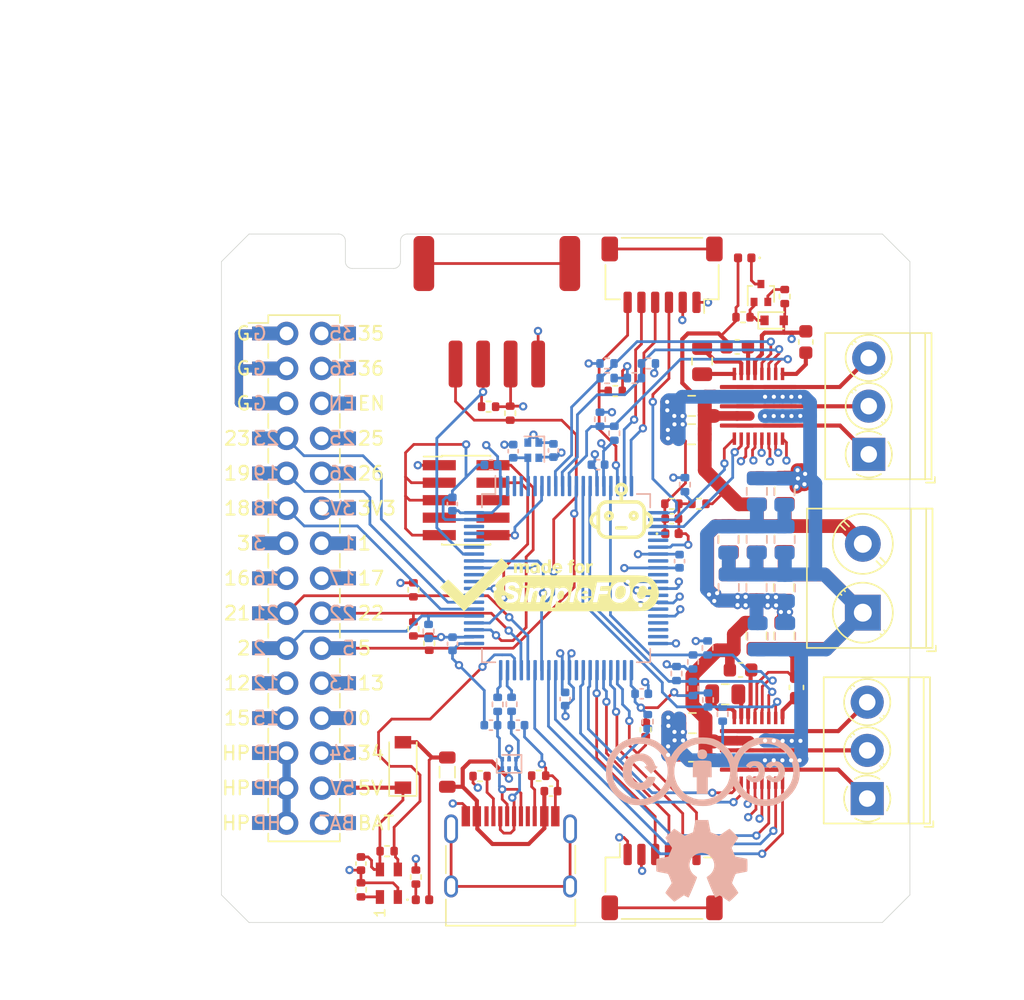
<source format=kicad_pcb>
(kicad_pcb (version 20210925) (generator pcbnew)
  (layers (0 "F.Cu" signal) (1 "In1.Cu" signal) (2 "In2.Cu" signal) (31 "B.Cu" signal) (34 "B.Paste" user) (35 "F.Paste" user) (36 "B.SilkS" user "B.Silkscreen") (37 "F.SilkS" user "F.Silkscreen") (38 "B.Mask" user) (39 "F.Mask" user) (44 "Edge.Cuts" user))
  (net 0 "")
  (net 1 "VSS")
  (net 2 "GND")
  (net 3 "/VUSB")
  (net 4 "VBUS")
  (net 5 "/GPIO35")
  (net 6 "/GPIO36")
  (net 7 "/EN")
  (net 8 "/GPIO25")
  (net 9 "VDD")
  (net 10 "/OSCIN")
  (net 11 "/LED")
  (net 12 "/VBAT")
  (net 13 "Net-(C16-Pad2)")
  (net 14 "Net-(C17-Pad1)")
  (net 15 "Net-(C17-Pad2)")
  (net 16 "Net-(C18-Pad2)")
  (net 17 "Net-(C21-Pad2)")
  (net 18 "Net-(C22-Pad1)")
  (net 19 "+3V3")
  (net 20 "/GPIO23")
  (net 21 "/GPIO26")
  (net 22 "/GPIO19")
  (net 23 "/GPIO18")
  (net 24 "/GPIO1")
  (net 25 "/GPIO3")
  (net 26 "/GPIO17")
  (net 27 "/GPIO16")
  (net 28 "/GPIO22")
  (net 29 "/GPIO21")
  (net 30 "/GPIO5")
  (net 31 "/GPIO2")
  (net 32 "/GPIO13")
  (net 33 "/GPIO12")
  (net 34 "/GPIO0")
  (net 35 "Net-(C22-Pad2)")
  (net 39 "Net-(C23-Pad2)")
  (net 41 "Net-(D2-Pad1)")
  (net 42 "Net-(D3-Pad1)")
  (net 43 "Net-(D4-Pad1)")
  (net 44 "Net-(D6-Pad1)")
  (net 45 "/SWDIO")
  (net 46 "/SWCLK")
  (net 47 "/BOOT0")
  (net 48 "/nRST")
  (net 49 "/MOSI0")
  (net 50 "/MISO0")
  (net 51 "/SCLK0")
  (net 52 "/nCS0")
  (net 53 "/MOSI1")
  (net 54 "/MISO1")
  (net 55 "/SCLK1")
  (net 61 "/nCS1")
  (net 63 "/M0_PHASEW")
  (net 65 "/M1_PHASEW")
  (net 66 "Net-(Q1-Pad2)")
  (net 67 "Net-(R5-Pad1)")
  (net 68 "Net-(R6-Pad1)")
  (net 69 "/M0_AOUTV")
  (net 70 "/M0_AOUTW")
  (net 72 "/M1_AOUTV")
  (net 73 "/M1_AOUTW")
  (net 78 "/GPIO15")
  (net 79 "/GPIO34")
  (net 80 "+5V")
  (net 81 "+BATT")
  (net 82 "unconnected-(J2-PadS1)")
  (net 83 "/D+")
  (net 84 "Net-(J2-PadB5)")
  (net 86 "/D-")
  (net 87 "Net-(J2-PadA5)")
  (net 89 "/M0_nFAULT")
  (net 90 "/M0_AOUTU")
  (net 91 "/M1_nFAULT")
  (net 92 "/M1_AOUTU")
  (net 93 "/M0_nSLEEP")
  (net 94 "/M0_ENU")
  (net 95 "/M0_ENW")
  (net 96 "/M0_ENV")
  (net 97 "/M0_INU")
  (net 98 "/M0_INV")
  (net 99 "/M0_INW")
  (net 100 "/M0_PHASEU")
  (net 101 "/M0_PHASEV")
  (net 102 "/M1_nSLEEP")
  (net 103 "/M1_ENU")
  (net 104 "/M1_ENW")
  (net 105 "/M1_ENV")
  (net 106 "/M1_INU")
  (net 107 "/M1_INV")
  (net 108 "/M1_INW")
  (net 109 "/M1_PHASEU")
  (net 110 "/M1_PHASEV")
  (net 114 "/SDA1")
  (net 115 "/SCL1")
  (net 119 "+5VD")
  (net 120 "unconnected-(J3-PadMP)")
  (net 121 "unconnected-(J5-PadMP)")
  (net 122 "unconnected-(J6-PadMP)")
  (footprint "Capacitor_SMD:C_0805_2012Metric" (layer "F.Cu") (at 90.85 75.68 90)
    (fp_text reference "C35")
    (fp_text value "10uF 50V")
  )
  (footprint "Capacitor_SMD:C_0805_2012Metric" (layer "F.Cu") (at 88.87 72.16 -90)
    (fp_text reference "C41")
    (fp_text value "10uF 50V")
  )
  (footprint "Capacitor_SMD:C_0402_1005Metric" (layer "F.Cu") (at 82.71 70.67 180)
    (fp_text reference "C13")
    (fp_text value "100nF 50V 5%")
  )
  (footprint "Capacitor_SMD:C_0603_1608Metric" (layer "F.Cu") (at 91.76 82.93 -90)
    (fp_text reference "C23")
    (fp_text value "4.7uF 16V")
  )
  (footprint "Capacitor_SMD:C_0805_2012Metric" (layer "F.Cu") (at 84.2 87.59 180)
    (fp_text reference "C20")
    (fp_text value "100nF 75V")
  )
  (footprint "runger:MadeForSimpleFOC_16mm" (layer "F.Cu") (at 73.83 75.46)
    (fp_text reference "L1" hide)
    (fp_text value "SimpleFOC_Logo" hide)
  )
  (footprint "Capacitor_SMD:C_0805_2012Metric" (layer "F.Cu") (at 88.86 79.18 -90)
    (fp_text reference "C38")
    (fp_text value "10uF 50V")
  )
  (footprint "bf:BF@MountingHole_3.2mm_M3" (layer "F.Cu") (at 97 97)
    (fp_text reference "H3" hide)
    (fp_text value "MountingHole" hide)
  )
  (footprint "bf:BF@M5Stack_MBUS" (layer "F.Cu") (at 56 75)
    (fp_text reference "J1")
    (fp_text value "M-BUS")
  )
  (footprint "Capacitor_SMD:C_0805_2012Metric" (layer "F.Cu") (at 84.91 59.23 -90)
    (fp_text reference "C17")
    (fp_text value "100nF 75V")
  )
  (footprint "Resistor_SMD:R_0402_1005Metric" (layer "F.Cu") (at 65.09 79.72 90)
    (fp_text reference "R4")
    (fp_text value "5k1")
  )
  (footprint "Capacitor_SMD:C_0805_2012Metric" (layer "F.Cu") (at 84.15 64.54 180)
    (fp_text reference "C15")
    (fp_text value "100nF 75V")
  )
  (footprint "Resistor_SMD:R_0402_1005Metric" (layer "F.Cu") (at 80.81 85.99 90)
    (fp_text reference "R11")
    (fp_text value "5k1")
  )
  (footprint "Capacitor_SMD:C_0603_1608Metric" (layer "F.Cu") (at 87.46 58.2)
    (fp_text reference "C16")
    (fp_text value "1uF 16V")
  )
  (footprint "Resistor_SMD:R_0402_1005Metric" (layer "F.Cu") (at 63.94 78.68 -90)
    (fp_text reference "R1")
    (fp_text value "2k2")
  )
  (footprint "Inductor_SMD:L_0805_2012Metric" (layer "F.Cu") (at 66.4 89.08 90)
    (fp_text reference "FB1")
    (fp_text value "40Ω@100Mhz")
  )
  (footprint "runger:MPS6540H" (layer "F.Cu") (at 89 87.5 90)
    (fp_text reference "U4")
    (fp_text value "MPS6540H")
  )
  (footprint "Package_TO_SOT_SMD:SOT-416" (layer "F.Cu") (at 89.18 54.28 90)
    (fp_text reference "Q1")
    (fp_text value "BC847BTT1G")
  )
  (footprint "Resistor_SMD:R_0402_1005Metric" (layer "F.Cu") (at 82.71 69.59)
    (fp_text reference "R16")
    (fp_text value "2.2k 1%")
  )
  (footprint "Capacitor_SMD:C_0805_2012Metric" (layer "F.Cu") (at 88.89 68.68 90)
    (fp_text reference "C28")
    (fp_text value "10uF 50V")
  )
  (footprint "TerminalBlock_Phoenix:TerminalBlock_Phoenix_PT-1,5-3-3.5-H_1x03_P3.50mm_Horizontal" (layer "F.Cu") (at 97.01 66 90)
    (fp_text reference "J7")
    (fp_text value "Conn_01x03")
  )
  (footprint "TerminalBlock_Phoenix:TerminalBlock_Phoenix_PT-1,5-2-5.0-H_1x02_P5.00mm_Horizontal" (layer "F.Cu") (at 96.58 77.5 90)
    (fp_text reference "J9")
    (fp_text value "Conn_01x02")
  )
  (footprint "LED_SMD:LED_SK6805_PLCC4_2.4x2.7mm_P1.3mm" (layer "F.Cu") (at 62.16 97.15 90)
    (fp_text reference "D4")
    (fp_text value "SK6805")
  )
  (footprint "Connector_JST:JST_SH_SM06B-SRSS-TB_1x06-1MP_P1.00mm_Horizontal" (layer "F.Cu") (at 82 97.06)
    (fp_text reference "J6")
    (fp_text value "JST_SH_SM06B-SRSS-TB_1x06-1MP")
  )
  (footprint "Resistor_SMD:R_0402_1005Metric" (layer "F.Cu") (at 64.12 96.7 90)
    (fp_text reference "R7")
    (fp_text value "4k7")
  )
  (footprint "Capacitor_SMD:C_0603_1608Metric" (layer "F.Cu") (at 87.7 81.66)
    (fp_text reference "C21")
    (fp_text value "1uF 16V")
  )
  (footprint "Capacitor_SMD:C_0402_1005Metric" (layer "F.Cu") (at 73.93 90.46)
    (fp_text reference "C11")
    (fp_text value "10nF 10V")
  )
  (footprint "Resistor_SMD:R_0402_1005Metric" (layer "F.Cu") (at 87.88 56.04 180)
    (fp_text reference "R13")
    (fp_text value "10k")
  )
  (footprint "Capacitor_SMD:C_0805_2012Metric" (layer "F.Cu") (at 86.84 75.67 90)
    (fp_text reference "C33")
    (fp_text value "10uF 50V")
  )
  (footprint "LED_SMD:LED_0402_1005Metric" (layer "F.Cu") (at 64.6 98.35)
    (fp_text reference "D2")
    (fp_text value "green")
  )
  (footprint "bf:BF@MountingHole_2.2mm_M2" (layer "F.Cu") (at 93 97)
    (fp_text reference "H7" hide)
    (fp_text value "MountingHole" hide)
  )
  (footprint "Capacitor_SMD:C_0402_1005Metric" (layer "F.Cu") (at 60.13 95.72 90)
    (fp_text reference "C12")
    (fp_text value "100nF 6.3V")
  )
  (footprint "Capacitor_SMD:C_0805_2012Metric" (layer "F.Cu") (at 90.91 68.65 90)
    (fp_text reference "C29")
    (fp_text value "10uF 50V")
  )
  (footprint "Connector_PinHeader_1.27mm:PinHeader_2x05_P1.27mm_Vertical_SMD" (layer "F.Cu") (at 67.77 69.33)
    (fp_text reference "J4")
    (fp_text value "Conn_02x05")
  )
  (footprint "runger:Robo_logo2" (layer "F.Cu") (at 79.04 70.1)
    (fp_text reference "L2" hide)
    (fp_text value "Robo_Logo" hide)
  )
  (footprint "Resistor_SMD:R_0402_1005Metric" (layer "F.Cu") (at 60.13 97.63 -90)
    (fp_text reference "R15")
    (fp_text value "300R")
  )
  (footprint "bf:BF@MountingHole_2.2mm_M2" (layer "F.Cu") (at 57 53)
    (fp_text reference "H5" hide)
    (fp_text value "MountingHole" hide)
  )
  (footprint "Resistor_SMD:R_0402_1005Metric" (layer "F.Cu") (at 90.91 54.54 90)
    (fp_text reference "R17")
    (fp_text value "200Ω")
  )
  (footprint "Diode_SMD:D_SOD-123" (layer "F.Cu") (at 63.18 88.56 90)
    (fp_text reference "D1")
    (fp_text value "PMEG40T10ER")
  )
  (footprint "Diode_SMD:D_SOD-523" (layer "F.Cu") (at 90.14 56.27)
    (fp_text reference "D6")
    (fp_text value "2.84V")
  )
  (footprint "Connector_USB:USB_C_Receptacle_HRO_TYPE-C-31-M-12" (layer "F.Cu") (at 71 96.33)
    (fp_text reference "J2")
    (fp_text value "USB_C_Receptacle_USB2.0")
  )
  (footprint "Capacitor_SMD:C_0805_2012Metric" (layer "F.Cu") (at 88.86 75.64 90)
    (fp_text reference "C34")
    (fp_text value "10uF 50V")
  )
  (footprint "Capacitor_SMD:C_0805_2012Metric" (layer "F.Cu") (at 90.9 72.14 -90)
    (fp_text reference "C40")
    (fp_text value "10uF 50V")
  )
  (footprint "bf:BF@MountingHole_3.2mm_M3" (layer "F.Cu") (at 53 97)
    (fp_text reference "H4" hide)
    (fp_text value "MountingHole" hide)
  )
  (footprint "LED_SMD:LED_0402_1005Metric" (layer "F.Cu") (at 88.0025 51.73 180)
    (fp_text reference "D3")
    (fp_text value "green")
  )
  (footprint "Resistor_SMD:R_0402_1005Metric" (layer "F.Cu") (at 69.4 62.54)
    (fp_text reference "R33")
    (fp_text value "2k2")
  )
  (footprint "bf:BF@MountingHole_3.2mm_M3" (layer "F.Cu") (at 97 53)
    (fp_text reference "H2" hide)
    (fp_text value "MountingHole" hide)
  )
  (footprint "bf:BF@MountingHole_3.2mm_M3" (layer "F.Cu") (at 53 53)
    (fp_text reference "H1" hide)
    (fp_text value "MountingHole" hide)
  )
  (footprint "Resistor_SMD:R_0402_1005Metric" (layer "F.Cu") (at 63.94 75.84 90)
    (fp_text reference "R2")
    (fp_text value "2k2")
  )
  (footprint "Capacitor_SMD:C_0805_2012Metric" (layer "F.Cu") (at 84.2 85.52 180)
    (fp_text reference "C19")
    (fp_text value "10nF 75V")
  )
  (footprint "Resistor_SMD:R_0402_1005Metric" (layer "F.Cu") (at 73.04 89.34)
    (fp_text reference "R9")
    (fp_text value "5k1")
  )
  (footprint "runger:MPS6540H" (layer "F.Cu") (at 89 62.51 90)
    (fp_text reference "U3")
    (fp_text value "MPS6540H")
  )
  (footprint "Capacitor_SMD:C_0805_2012Metric" (layer "F.Cu") (at 84.15 62.48 180)
    (fp_text reference "C14")
    (fp_text value "10nF 75V")
  )
  (footprint "Connector_JST:JST_SH_SM06B-SRSS-TB_1x06-1MP_P1.00mm_Horizontal" (layer "F.Cu") (at 82 52.96 180)
    (fp_text reference "J5")
    (fp_text value "JST_SH_SM06B-SRSS-TB_1x06-1MP")
  )
  (footprint "TerminalBlock_Phoenix:TerminalBlock_Phoenix_PT-1,5-3-3.5-H_1x03_P3.50mm_Horizontal" (layer "F.Cu") (at 96.9 91 90)
    (fp_text reference "J8")
    (fp_text value "Conn_01x03")
  )
  (footprint "bf:BF@MountingHole_2.2mm_M2" (layer "F.Cu") (at 93 53)
    (fp_text reference "H6" hide)
    (fp_text value "MountingHole" hide)
  )
  (footprint "Capacitor_SMD:C_0805_2012Metric" (layer "F.Cu") (at 86.85 72.16 -90)
    (fp_text reference "C42")
    (fp_text value "10uF 50V")
  )
  (footprint "Resistor_SMD:R_0402_1005Metric" (layer "F.Cu") (at 70.97 63.01 90)
    (fp_text reference "R32")
    (fp_text value "2k2")
  )
  (footprint "bf:BF@MountingHole_2.2mm_M2" (layer "F.Cu") (at 57 97)
    (fp_text reference "H8" hide)
    (fp_text value "MountingHole" hide)
  )
  (footprint "Resistor_SMD:R_0402_1005Metric" (layer "F.Cu") (at 62.03 94.82 180)
    (fp_text reference "R14")
    (fp_text value "5k1")
  )
  (footprint "runger:Grove_A2006WF-04A" (layer "F.Cu") (at 70 55.64 180)
    (fp_text reference "J3")
    (fp_text value "Conn_01x04_MountingPin")
  )
  (footprint "Resistor_SMD:R_0402_1005Metric" (layer "F.Cu") (at 84.68 69.59)
    (fp_text reference "R12")
    (fp_text value "47k 1%")
  )
  (footprint "Resistor_SMD:R_0402_1005Metric" (layer "F.Cu") (at 78.6 61.4)
    (fp_text reference "R10")
    (fp_text value "5k1")
  )
  (footprint "Resistor_SMD:R_0402_1005Metric" (layer "F.Cu") (at 68.78 89.37 180)
    (fp_text reference "R8")
    (fp_text value "5k1")
  )
  (footprint "Capacitor_SMD:C_0603_1608Metric" (layer "F.Cu") (at 92.44 57.84 -90)
    (fp_text reference "C18")
    (fp_text value "4.7uF 16V")
  )
  (footprint "Capacitor_SMD:C_0805_2012Metric" (layer "F.Cu") (at 90.88 79.18 -90)
    (fp_text reference "C39")
    (fp_text value "10uF 50V")
  )
  (footprint "Capacitor_SMD:C_0805_2012Metric" (layer "F.Cu") (at 86.59 83.43 180)
    (fp_text reference "C22")
    (fp_text value "100nF 75V")
  )
  (footprint "Diode_SMD:D_0402_1005Metric" (layer "F.Cu") (at 82.72 71.76)
    (fp_text reference "D5")
    (fp_text value "SC1333-01ETG")
  )
  (footprint "Capacitor_SMD:C_0402_1005Metric" (layer "B.Cu") (at 83.27 73.76 -90)
    (fp_text reference "C4")
    (fp_text value "100nF 6.3V")
  )
  (footprint "Capacitor_SMD:C_0805_2012Metric" (layer "B.Cu") (at 86.84 75.67 90)
    (fp_text reference "C27")
    (fp_text value "10uF 50V")
  )
  (footprint "Capacitor_SMD:C_0805_2012Metric" (layer "B.Cu") (at 90.92 75.71 90)
    (fp_text reference "C31")
    (fp_text value "10uF 50V")
  )
  (footprint "Resistor_SMD:R_0402_1005Metric" (layer "B.Cu") (at 85.34 83.84 -90)
    (fp_text reference "R26")
    (fp_text value "2k2 0.5%")
  )
  (footprint "Capacitor_SMD:C_0805_2012Metric" (layer "B.Cu") (at 88.86 75.68 90)
    (fp_text reference "C32")
    (fp_text value "10uF 50V")
  )
  (footprint "Capacitor_SMD:C_0402_1005Metric" (layer "B.Cu") (at 66.77 69.61 -90)
    (fp_text reference "C8")
    (fp_text value "100nF 6.3V")
  )
  (footprint "Capacitor_SMD:C_0805_2012Metric" (layer "B.Cu") (at 86.81 72.19 -90)
    (fp_text reference "C37")
    (fp_text value "10uF 50V")
  )
  (footprint "Resistor_SMD:R_0402_1005Metric" (layer "B.Cu") (at 80.96 85.41 -90)
    (fp_text reference "R25")
    (fp_text value "10k")
  )
  (footprint "Capacitor_SMD:C_0805_2012Metric" (layer "B.Cu") (at 90.88 68.71 90)
    (fp_text reference "C25")
    (fp_text value "10uF 50V")
  )
  (footprint "Resistor_SMD:R_0402_1005Metric" (layer "B.Cu") (at 86.4 84.87 -90)
    (fp_text reference "R29")
    (fp_text value "2k2 0.5%")
  )
  (footprint "Resistor_SMD:R_0402_1005Metric" (layer "B.Cu") (at 79.99 60.46)
    (fp_text reference "R20")
    (fp_text value "2k2 0.5%")
  )
  (footprint "Capacitor_SMD:C_0402_1005Metric" (layer "B.Cu") (at 80.52 83.39 180)
    (fp_text reference "C6")
    (fp_text value "100nF 6.3V")
  )
  (footprint "Capacitor_SMD:C_0805_2012Metric" (layer "B.Cu") (at 90.9 72.19 -90)
    (fp_text reference "C44")
    (fp_text value "10uF 50V")
  )
  (footprint "Resistor_SMD:R_0402_1005Metric" (layer "B.Cu") (at 84.25 81.08 -90)
    (fp_text reference "R31")
    (fp_text value "2k2 0.5%")
  )
  (footprint "Resistor_SMD:R_0402_1005Metric" (layer "B.Cu") (at 83.05 81.92 90)
    (fp_text reference "R30")
    (fp_text value "2k2 0.5%")
  )
  (footprint "Package_TO_SOT_SMD:SOT-886" (layer "B.Cu") (at 70.89 88.48 -90)
    (fp_text reference "U2")
    (fp_text value "PRTR5V0U2F")
  )
  (footprint "runger:CC_Logo_5mm" (layer "B.Cu") (at 89.5 89.047372 180)
    (fp_text reference "L4" hide)
    (fp_text value "CC_Logo" hide)
  )
  (footprint "Capacitor_SMD:C_0402_1005Metric" (layer "B.Cu") (at 66.78 79.76 90)
    (fp_text reference "C7")
    (fp_text value "100nF 6.3V")
  )
  (footprint "Resistor_SMD:R_0402_1005Metric" (layer "B.Cu") (at 78 59.4 180)
    (fp_text reference "R24")
    (fp_text value "2k2 0.5%")
  )
  (footprint "Capacitor_SMD:C_0402_1005Metric" (layer "B.Cu") (at 71.19 65.77 -90)
    (fp_text reference "C2")
    (fp_text value "10pF 6.3V 5%")
  )
  (footprint "Resistor_SMD:R_0402_1005Metric" (layer "B.Cu") (at 78.01 60.46 180)
    (fp_text reference "R21")
    (fp_text value "2k2 0.5%")
  )
  (footprint "Package_QFP:LQFP-80_12x12mm_P0.5mm" (layer "B.Cu") (at 75.03 74.99 -90)
    (fp_text reference "U1")
    (fp_text value "STM32G491MET6")
  )
  (footprint "Resistor_SMD:R_0402_1005Metric" (layer "B.Cu") (at 71.07 84.15 -90)
    (fp_text reference "R6")
    (fp_text value "27R")
  )
  (footprint "Resistor_SMD:R_0402_1005Metric" (layer "B.Cu") (at 78.53 64.47 90)
    (fp_text reference "R19")
    (fp_text value "2k2 0.5%")
  )
  (footprint "Capacitor_SMD:C_0402_1005Metric" (layer "B.Cu") (at 69.57 85.67 180)
    (fp_text reference "C10")
    (fp_text value "47pF 10V")
  )
  (footprint "Resistor_SMD:R_0402_1005Metric" (layer "B.Cu") (at 65.04 78.86 -90)
    (fp_text reference "R3")
    (fp_text value "5k1")
  )
  (footprint "Resistor_SMD:R_0402_1005Metric" (layer "B.Cu") (at 70.06 84.16 -90)
    (fp_text reference "R5")
    (fp_text value "27R")
  )
  (footprint "Capacitor_SMD:C_0805_2012Metric" (layer "B.Cu") (at 90.94 79.21 -90)
    (fp_text reference "C30")
    (fp_text value "10uF 50V")
  )
  (footprint "Resistor_SMD:R_0402_1005Metric" (layer "B.Cu") (at 85.31 80.06 -90)
    (fp_text reference "R28")
    (fp_text value "2k2 0.5%")
  )
  (footprint "Resistor_SMD:R_0402_1005Metric" (layer "B.Cu") (at 77.49 63.45 90)
    (fp_text reference "R22")
    (fp_text value "2k2 0.5%")
  )
  (footprint "Capacitor_SMD:C_0402_1005Metric" (layer "B.Cu") (at 71.53 85.67)
    (fp_text reference "C9")
    (fp_text value "47pF 10V")
  )
  (footprint "Resistor_SMD:R_0402_1005Metric" (layer "B.Cu") (at 81.01 59.4)
    (fp_text reference "R23")
    (fp_text value "2k2 0.5%")
  )
  (footprint "Capacitor_SMD:C_0402_1005Metric" (layer "B.Cu") (at 74.11 65.72 90)
    (fp_text reference "C1")
    (fp_text value "100nF 6.3V")
  )
  (footprint "Oscillator:Oscillator_SMD_Abracon_ASCO-4Pin_1.6x1.2mm" (layer "B.Cu") (at 72.65 65.7 180)
    (fp_text reference "X1")
    (fp_text value "25MHz")
  )
  (footprint "Symbol:OSHW-Symbol_6.7x6mm_SilkScreen" (layer "B.Cu") (at 84.899251 95.533905 180)
    (fp_text reference "L3" hide)
    (fp_text value "Logo_Open_Hardware_Small" hide)
  )
  (footprint "Capacitor_SMD:C_0402_1005Metric" (layer "B.Cu") (at 74.96 83.77 90)
    (fp_text reference "C5")
    (fp_text value "100nF 6.3V")
  )
  (footprint "Capacitor_SMD:C_0805_2012Metric" (layer "B.Cu") (at 88.88 72.18 -90)
    (fp_text reference "C43")
    (fp_text value "10uF 50V")
  )
  (footprint "Capacitor_SMD:C_0805_2012Metric" (layer "B.Cu") (at 88.88 68.69 90)
    (fp_text reference "C26")
    (fp_text value "10uF 50V")
  )
  (footprint "runger:CC_Sharealike_Logo_5mm" (layer "B.Cu") (at 80.4 89.020307 180)
    (fp_text reference "L6" hide)
    (fp_text value "CC_Sharealike_Logo" hide)
  )
  (footprint "runger:CC_Attribution_Logo_5mm" (layer "B.Cu") (at 84.92 89.05 180)
    (fp_text reference "L5" hide)
    (fp_text value "CC_Attribution_Logo" hide)
  )
  (footprint "Capacitor_SMD:C_0805_2012Metric" (layer "B.Cu") (at 88.94 79.22 -90)
    (fp_text reference "C36")
    (fp_text value "10uF 50V")
  )
  (footprint "Capacitor_SMD:C_0402_1005Metric" (layer "B.Cu") (at 77.35 66.75)
    (fp_text reference "C24")
    (fp_text value "100nF 6.3V")
  )
  (footprint "Resistor_SMD:R_0402_1005Metric" (layer "B.Cu") (at 83.66 68.2 -90)
    (fp_text reference "R18")
    (fp_text value "10k")
  )
  (footprint "Capacitor_SMD:C_0402_1005Metric" (layer "B.Cu") (at 69.58 66.77)
    (fp_text reference "C3")
    (fp_text value "100nF 6.3V")
  )
  (footprint "Resistor_SMD:R_0402_1005Metric" (layer "B.Cu") (at 84.24 83.01 90)
    (fp_text reference "R27")
    (fp_text value "2k2 0.5%")
  )
  (gr_line (start 50 98) (end 52 100) (layer "Edge.Cuts") (width 0.05))
  (gr_line (start 59 50.5) (end 59 52) (layer "Edge.Cuts") (width 0.05))
  (gr_line (start 52 100) (end 98 100) (layer "Edge.Cuts") (width 0.05))
  (gr_line (start 58.5 50) (end 52 50) (layer "Edge.Cuts") (width 0.05))
  (gr_arc (start 59.5 52) (end 59 52) (angle -90) (layer "Edge.Cuts") (width 0.05))
  (gr_line (start 63 52) (end 63 50.5) (layer "Edge.Cuts") (width 0.05))
  (gr_line (start 98 100) (end 100 98) (layer "Edge.Cuts") (width 0.05))
  (gr_line (start 59.5 52.5) (end 62.5 52.5) (layer "Edge.Cuts") (width 0.05))
  (gr_line (start 100 52) (end 100 98) (layer "Edge.Cuts") (width 0.05))
  (gr_line (start 52 50) (end 50 52) (layer "Edge.Cuts") (width 0.05))
  (gr_line (start 98 50) (end 63.5 50) (layer "Edge.Cuts") (width 0.05))
  (gr_arc (start 58.5 50.5) (end 59 50.5) (angle -90) (layer "Edge.Cuts") (width 0.05))
  (gr_line (start 50 98) (end 50 52) (layer "Edge.Cuts") (width 0.05))
  (gr_arc (start 62.5 52) (end 62.5 52.5) (angle -90) (layer "Edge.Cuts") (width 0.05))
  (gr_arc (start 63.5 50.5) (end 63.5 50) (angle -90) (layer "Edge.Cuts") (width 0.05))
  (gr_line (start 100 52) (end 98 50) (layer "Edge.Cuts") (width 0.05))
  (segment (start 88.89 71.19) (end 88.87 71.21) (width 1) (layer "F.Cu") (net 1))
  (segment (start 85.15 61.81) (end 85.802584 61.81) (width 1) (layer "F.Cu") (net 1))
  (segment (start 87.21 79.07) (end 88.05 78.23) (width 1) (layer "F.Cu") (net 1))
  (segment (start 86.11 57.22) (end 83.88 57.22) (width 0.3) (layer "F.Cu") (net 1))
  (segment (start 85.1 61.86) (end 85.15 61.81) (width 1) (layer "F.Cu") (net 1))
  (segment (start 96.58 72.5) (end 95.29 71.21) (width 1) (layer "F.Cu") (net 1))
  (segment (start 85.1 62.48) (end 85.1 63.16) (width 1) (layer "F.Cu") (net 1))
  (segment (start 87.58 69.63) (end 86.595 68.645) (width 1) (layer "F.Cu") (net 1))
  (segment (start 87.37 56.3) (end 86.28 57.39) (width 0.2) (layer "F.Cu") (net 1))
  (segment (start 85.15 87.59) (end 85.15 88.16) (width 1) (layer "F.Cu") (net 1))
  (segment (start 87.45 63.21) (end 87.45048 63.20952) (width 0.7) (layer "F.Cu") (net 1))
  (segment (start 87.21 80.23) (end 86.01 80.23) (width 1) (layer "F.Cu") (net 1))
  (segment (start 86.01 80.23) (end 84.2 82.04) (width 1) (layer "F.Cu") (net 1))
  (segment (start 88.89 69.63) (end 87.58 69.63) (width 1) (layer "F.Cu") (net 1))
  (segment (start 87.45 61.81) (end 85.81 61.81) (width 0.7) (layer "F.Cu") (net 1))
  (segment (start 84.51 61.86) (end 85.1 61.86) (width 0.3) (layer "F.Cu") (net 1))
  (segment (start 85.762584 86.84) (end 85.741292 86.861292) (width 1) (layer "F.Cu") (net 1))
  (segment (start 90.85 78.2) (end 90.88 78.23) (width 1) (layer "F.Cu") (net 1))
  (segment (start 86.28 57.39) (end 86.11 57.22) (width 0.3) (layer "F.Cu") (net 1))
  (segment (start 86.685 58.2) (end 86.685 57.795) (width 0.3) (layer "F.Cu") (net 1))
  (segment (start 85.28 71.82) (end 85.28 75.785) (width 1) (layer "F.Cu") (net 1))
  (segment (start 87.37 55.34) (end 87.37 56.04) (width 0.2) (layer "F.Cu") (net 1))
  (segment (start 85.1 62.48) (end 85.1 61.86) (width 1) (layer "F.Cu") (net 1))
  (segment (start 87.21 80.23) (end 87.21 79.07) (width 1) (layer "F.Cu") (net 1))
  (segment (start 86.595 68.645) (end 85.1 67.15) (width 1) (layer "F.Cu") (net 1))
  (segment (start 83.47 57.63) (end 83.47 60.82) (width 0.3) (layer "F.Cu") (net 1))
  (segment (start 87.45048 88.20048) (end 88.36 88.20048) (width 0.7) (layer "F.Cu") (net 1))
  (segment (start 85.80952 88.20048) (end 85.806292 88.203708) (width 0.7) (layer "F.Cu") (net 1))
  (segment (start 87.45048 61.81048) (end 88.39 61.81048) (width 0.7) (layer "F.Cu") (net 1))
  (segment (start 90.91 71.18) (end 90.9 71.19) (width 1) (layer "F.Cu") (net 1))
  (segment (start 85.81 61.81) (end 85.806292 61.806292) (width 0.7) (layer "F.Cu") (net 1))
  (segment (start 85.801292 63.211292) (end 85.151292 63.211292) (width 1) (layer "F.Cu") (net 1))
  (segment (start 85.15 86.72) (end 85.15 87.59) (width 1) (layer "F.Cu") (net 1))
  (segment (start 84.2 84.22) (end 85.15 85.17) (width 1) (layer "F.Cu") (net 1))
  (segment (start 85.65 69.59) (end 86.595 68.645) (width 0.2) (layer "F.Cu") (net 1))
  (segment (start 86.85 71.21) (end 85.89 71.21) (width 1) (layer "F.Cu") (net 1))
  (segment (start 85.151292 63.211292) (end 85.1 63.16) (width 1) (layer "F.Cu") (net 1))
  (segment (start 85.19 69.59) (end 85.65 69.59) (width 0.2) (layer "F.Cu") (net 1))
  (segment (start 88.89 69.63) (end 88.89 71.19) (width 1) (layer "F.Cu") (net 1))
  (segment (start 85.1 63.16) (end 85.1 64.54) (width 1) (layer "F.Cu") (net 1))
  (segment (start 85.193708 88.203708) (end 85.806292 88.203708) (width 1) (layer "F.Cu") (net 1))
  (segment (start 87.45 88.2) (end 87.45048 88.20048) (width 0.7) (layer "F.Cu") (net 1))
  (segment (start 88.05 78.23) (end 88.86 78.23) (width 1) (layer "F.Cu") (net 1))
  (segment (start 85.89 71.21) (end 85.28 71.82) (width 1) (layer "F.Cu") (net 1))
  (segment (start 86.125 76.63) (end 90.85 76.63) (width 1) (layer "F.Cu") (net 1))
  (segment (start 83.88 57.22) (end 83.47 57.63) (width 0.3) (layer "F.Cu") (net 1))
  (segment (start 85.15 85.17) (end 85.15 85.52) (width 1) (layer "F.Cu") (net 1))
  (segment (start 85.14 86.84) (end 85.762584 86.84) (width 1) (layer "F.Cu") (net 1))
  (segment (start 87.5175 51.73) (end 87.5175 55.1925) (width 0.2) (layer "F.Cu") (net 1))
  (segment (start 86.685 57.795) (end 86.28 57.39) (width 0.3) (layer "F.Cu") (net 1))
  (segment (start 87.45048 63.20952) (end 88.37 63.20952) (width 0.7) (layer "F.Cu") (net 1))
  (segment (start 90.85 76.63) (end 90.85 78.2) (width 1) (layer "F.Cu") (net 1))
  (segment (start 88.86 76.59) (end 88.86 78.23) (width 1) (layer "F.Cu") (net 1))
  (segment (start 85.15 88.16) (end 85.193708 88.203708) (width 1) (layer "F.Cu") (net 1))
  (segment (start 87.45048 88.20048) (end 85.80952 88.20048) (width 0.7) (layer "F.Cu") (net 1))
  (segment (start 84.2 82.04) (end 84.2 84.22) (width 1) (layer "F.Cu") (net 1))
  (segment (start 85.802584 86.8) (end 85.762584 86.84) (width 0.7) (layer "F.Cu") (net 1))
  (segment (start 85.15 85.52) (end 85.15 86.72) (width 1) (layer "F.Cu") (net 1))
  (segment (start 87.21 80.23) (end 86.925 80.515) (width 0.7) (layer "F.Cu") (net 1))
  (segment (start 87.37 56.04) (end 87.37 56.3) (width 0.2) (layer "F.Cu") (net 1))
  (segment (start 85.802584 63.21) (end 85.801292 63.211292) (width 0.7) (layer "F.Cu") (net 1))
  (segment (start 85.28 75.785) (end 86.125 76.63) (width 1) (layer "F.Cu") (net 1))
  (segment (start 87.45 63.21) (end 85.802584 63.21) (width 0.7) (layer "F.Cu") (net 1))
  (segment (start 87.45 61.81) (end 87.45048 61.81048) (width 0.7) (layer "F.Cu") (net 1))
  (segment (start 87.5175 55.1925) (end 87.37 55.34) (width 0.2) (layer "F.Cu") (net 1))
  (segment (start 85.802584 61.81) (end 85.806292 61.806292) (width 1) (layer "F.Cu") (net 1))
  (segment (start 83.47 60.82) (end 84.51 61.86) (width 0.3) (layer "F.Cu") (net 1))
  (segment (start 87.45048 86.80048) (end 88.36 86.80048) (width 0.7) (layer "F.Cu") (net 1))
  (segment (start 86.925 80.515) (end 86.925 81.66) (width 0.7) (layer "F.Cu") (net 1))
  (segment (start 85.1 67.15) (end 85.1 64.54) (width 1) (layer "F.Cu") (net 1))
  (segment (start 90.91 69.6) (end 90.91 71.18) (width 1) (layer "F.Cu") (net 1))
  (segment (start 95.29 71.21) (end 86.85 71.21) (width 1) (layer "F.Cu") (net 1))
  (segment (start 87.45 86.8) (end 85.802584 86.8) (width 0.7) (layer "F.Cu") (net 1))
  (segment (start 87.45 86.8) (end 87.45048 86.80048) (width 0.7) (layer "F.Cu") (net 1))
  (via (at 86 76.08) (size 0.6) (drill 0.3) (layers "F.Cu" "B.Cu") (net 1))
  (via (at 89.67 76.97) (size 0.6) (drill 0.3) (layers "F.Cu" "B.Cu") (net 1))
  (via (at 90.28 76.97) (size 0.6) (drill 0.3) (layers "F.Cu" "B.Cu") (net 1))
  (via (at 90.27 76.37) (size 0.6) (drill 0.3) (layers "F.Cu" "B.Cu") (net 1))
  (via (at 87.48 76.95) (size 0.6) (drill 0.3) (layers "F.Cu" "B.Cu") (net 1))
  (via (at 88.07 76.96) (size 0.6) (drill 0.3) (layers "F.Cu" "B.Cu") (net 1))
  (via (at 89.67 76.37) (size 0.6) (drill 0.3) (layers "F.Cu" "B.Cu") (net 1))
  (via (at 87.49 76.36) (size 0.6) (drill 0.3) (layers "F.Cu" "B.Cu") (net 1))
  (via (at 91.22 77.45) (size 0.6) (drill 0.3) (layers "F.Cu" "B.Cu") (net 1))
  (via (at 85.79 76.65) (size 0.6) (drill 0.3) (layers "F.Cu" "B.Cu") (net 1))
  (via (at 90.63 77.45) (size 0.6) (drill 0.3) (layers "F.Cu" "B.Cu") (net 1))
  (via (at 88.07 76.35) (size 0.6) (drill 0.3) (layers "F.Cu" "B.Cu") (net 1))
  (via (at 85.41 76.18) (size 0.6) (drill 0.3) (layers "F.Cu" "B.Cu") (net 1))
  (segment (start 90.92 78.24) (end 90.94 78.26) (width 1) (layer "B.Cu") (net 1))
  (segment (start 89.92 76.62) (end 90.88 76.62) (width 1) (layer "B.Cu") (net 1))
  (segment (start 90.92 76.66) (end 90.92 78.24) (width 1) (layer "B.Cu") (net 1))
  (segment (start 86.84 76.62) (end 89.92 76.62) (width 1) (layer "B.Cu") (net 1))
  (segment (start 85.26 71.82) (end 85.26 75.8) (width 1) (layer "B.Cu") (net 1))
  (segment (start 90.88 71.22) (end 90.9 71.24) (width 1) (layer "B.Cu") (net 1))
  (segment (start 85.26 75.8) (end 86.08 76.62) (width 1) (layer "B.Cu") (net 1))
  (segment (start 86.81 71.24) (end 85.84 71.24) (width 1) (layer "B.Cu") (net 1))
  (segment (start 88.86 76.63) (end 88.86 78.19) (width 1) (layer "B.Cu") (net 1))
  (segment (start 88.88 69.64) (end 88.88 71.23) (width 1) (layer "B.Cu") (net 1))
  (segment (start 86.81 71.24) (end 90.9 71.24) (width 1) (layer "B.Cu") (net 1))
  (segment (start 88.86 78.19) (end 88.94 78.27) (width 1) (layer "B.Cu") (net 1))
  (segment (start 85.84 71.24) (end 85.26 71.82) (width 1) (layer "B.Cu") (net 1))
  (segment (start 86.08 76.62) (end 86.84 76.62) (width 1) (layer "B.Cu") (net 1))
  (segment (start 90.88 76.62) (end 90.92 76.66) (width 1) (layer "B.Cu") (net 1))
  (segment (start 90.88 69.66) (end 90.88 71.22) (width 1) (layer "B.Cu") (net 1))
  (segment (start 91.94 68.17) (end 91.76 68.35) (width 1) (layer "F.Cu") (net 2))
  (segment (start 92.34 57.165) (end 92.44 57.065) (width 0.3) (layer "F.Cu") (net 2))
  (segment (start 92.12 67.15) (end 92.39 67.42) (width 1) (layer "F.Cu") (net 2))
  (segment (start 51.289 57.22) (end 51.27 57.239) (width 0.6) (layer "F.Cu") (net 2))
  (segment (start 82.86 85.52) (end 82.45 85.11) (width 1) (layer "F.Cu") (net 2))
  (segment (start 91.82 67.7) (end 91.87 67.75) (width 1) (layer "F.Cu") (net 2))
  (segment (start 84.5 54.96) (end 85.33 54.96) (width 0.2) (layer "F.Cu") (net 2))
  (segment (start 67.75 91.61) (end 67.5 91.36) (width 0.2) (layer "F.Cu") (net 2))
  (segment (start 59.31 96.2) (end 59.3 96.19) (width 0.2) (layer "F.Cu") (net 2))
  (segment (start 89.455 57.165) (end 90.885 57.165) (width 0.3) (layer "F.Cu") (net 2))
  (segment (start 79.5 95.06) (end 79.5 94.1) (width 0.2) (layer "F.Cu") (net 2))
  (segment (start 83.25 85.52) (end 83.25 87.59) (width 1) (layer "F.Cu") (net 2))
  (segment (start 62.46 97.12) (end 62.81 97.47) (width 0.2) (layer "F.Cu") (net 2))
  (segment (start 82.37 62.19) (end 82.91 62.19) (width 1) (layer "F.Cu") (net 2))
  (segment (start 67.5 91.36) (end 66.8 91.36) (width 0.2) (layer "F.Cu") (net 2))
  (segment (start 64.12 96.19) (end 64.12 95.37) (width 0.2) (layer "F.Cu") (net 2))
  (segment (start 63.37 71.38) (end 63.86 71.87) (width 0.2) (layer "F.Cu") (net 2))
  (segment (start 91.84 67.15) (end 92.12 67.15) (width 1) (layer "F.Cu") (net 2))
  (segment (start 85.33 54.96) (end 85.34 54.97) (width 0.2) (layer "F.Cu") (net 2))
  (segment (start 82.2 71.725) (end 82.235 71.76) (width 0.2) (layer "F.Cu") (net 2))
  (segment (start 90.84 74.72) (end 90.85 74.73) (width 1) (layer "F.Cu") (net 2))
  (segment (start 79.45 94.05) (end 79.22 93.82) (width 0.2) (layer "F.Cu") (net 2))
  (segment (start 93.95 80.13) (end 96.58 77.5) (width 1) (layer "F.Cu") (net 2))
  (segment (start 89.25 57.37) (end 89.455 57.165) (width 0.3) (layer "F.Cu") (net 2))
  (segment (start 62.81 97.47) (end 62.81 98.15) (width 0.2) (layer "F.Cu") (net 2))
  (segment (start 82.45 85.11) (end 82.45 87.82) (width 1) (layer "F.Cu") (net 2))
  (segment (start 63.97 65.28) (end 63.37 65.88) (width 0.2) (layer "F.Cu") (net 2))
  (segment (start 67.75 92.285) (end 67.75 91.61) (width 0.2) (layer "F.Cu") (net 2))
  (segment (start 90.84 57.12) (end 90.885 57.165) (width 0.2) (layer "F.Cu") (net 2))
  (segment (start 90.91 67.7) (end 91.82 67.7) (width 1) (layer "F.Cu") (net 2))
  (segment (start 73.55 88.78) (end 73.27 88.5) (width 0.2) (layer "F.Cu") (net 2))
  (segment (start 88.75 84.555718) (end 88.75 85.15) (width 0.2) (layer "F.Cu") (net 2))
  (segment (start 91.415 57.615) (end 91.41 57.62) (width 0.3) (layer "F.Cu") (net 2))
  (segment (start 54.711 62.281) (end 54.73 62.3) (width 0.6) (layer "F.Cu") (net 2))
  (segment (start 91.46 80.71) (end 90.88 80.13) (width 0.3) (layer "F.Cu") (net 2))
  (segment (start 63.37 67.64) (end 63.79 68.06) (width 0.2) (layer "F.Cu") (net 2))
  (segment (start 60.13 97.12) (end 62.46 97.12) (width 0.2) (layer "F.Cu") (net 2))
  (segment (start 73.55 89.34) (end 73.55 88.78) (width 0.2) (layer "F.Cu") (net 2))
  (segment (start 67.77 65.28) (end 63.97 65.28) (width 0.2) (layer "F.Cu") (net 2))
  (segment (start 54.73 59.76) (end 51.289 59.76) (width 0.6) (layer "F.Cu") (net 2))
  (segment (start 82.37 64.78) (end 82.43 64.84) (width 1) (layer "F.Cu") (net 2))
  (segment (start 88.87 74.68) (end 88.86 74.69) (width 1) (layer "F.Cu") (net 2))
  (segment (start 63.37 69.03) (end 63.37 67.64) (width 0.2) (layer "F.Cu") (net 2))
  (segment (start 88.87 73.11) (end 88.87 74.68) (width 1) (layer "F.Cu") (net 2))
  (segment (start 51.289 59.76) (end 51.27 59.741) (width 0.6) (layer "F.Cu") (net 2))
  (segment (start 92.34 68.17) (end 91.94 68.17) (width 1) (layer "F.Cu") (net 2))
  (segment (start 88.75 59.22) (end 89.25 58.72) (width 0.3) (layer "F.Cu") (net 2))
  (segment (start 63.37 69.03) (end 63.37 71.38) (width 0.2) (layer "F.Cu") (net 2))
  (segment (start 90.885 57.165) (end 91.415 57.165) (width 0.3) (layer "F.Cu") (net 2))
  (segment (start 90.84 56.27) (end 90.84 57.12) (width 0.2) (layer "F.Cu") (net 2))
  (segment (start 82.2 69.59) (end 83.7 68.09) (width 0.2) (layer "F.Cu") (net 2))
  (segment (start 79.22 93.82) (end 78.89 93.82) (width 0.2) (layer "F.Cu") (net 2))
  (segment (start 82.91 62.19) (end 83.2 62.48) (width 1) (layer "F.Cu") (net 2))
  (segment (start 90.88 67.73) (end 90.91 67.7) (width 1) (layer "F.Cu") (net 2))
  (segment (start 90.85 74.73) (end 93.81 74.73) (width 1) (layer "F.Cu") (net 2))
  (segment (start 51.27 59.741) (end 51.27 62.281) (width 0.6) (layer "F.Cu") (net 2))
  (segment (start 89.25 58.72) (end 89.25 57.37) (width 0.3) (layer "F.Cu") (net 2))
  (segment (start 63.67 69.33) (end 63.37 69.03) (width 0.2) (layer "F.Cu") (net 2))
  (segment (start 90.9 74.68) (end 90.85 74.73) (width 1) (layer "F.Cu") (net 2))
  (segment (start 65.82 69.33) (end 63.67 69.33) (width 0.2) (layer "F.Cu") (net 2))
  (segment (start 74.41 89.72) (end 74.41 90.46) (width 0.2) (layer "F.Cu") (net 2))
  (segment (start 88.89 67.73) (end 90.88 67.73) (width 1) (layer "F.Cu") (net 2))
  (segment (start 92.39 68.12) (end 92.34 68.17) (width 1) (layer "F.Cu") (net 2))
  (segment (start 60.13 96.2) (end 60.13 97.12) (width 0.2) (layer "F.Cu") (net 2))
  (segment (start 68.27 89.37) (end 68.27 89.86) (width 0.2) (layer "F.Cu") (net 2))
  (segment (start 74.25 90.62) (end 74.41 90.46) (width 0.2) (layer "F.Cu") (net 2))
  (segment (start 83.7 68.09) (end 83.7 65.04) (width 0.2) (layer "F.Cu") (net 2))
  (segment (start 73.55 89.34) (end 74.03 89.34) (width 0.2) (layer "F.Cu") (net 2))
  (segment (start 68.27 89.86) (end 68.62 90.21) (width 0.2) (layer "F.Cu") (net 2))
  (segment (start 93.81 74.73) (end 96.58 77.5) (width 1) (layer "F.Cu") (net 2))
  (segment (start 83.7 65.04) (end 83.2 64.54) (width 0.2) (layer "F.Cu") (net 2))
  (segment (start 90.9 73.09) (end 90.9 74.68) (width 1) (layer "F.Cu") (net 2))
  (segment (start 82.37 62.19) (end 82.37 64.78) (width 1) (layer "F.Cu") (net 2))
  (segment (start 63.37 65.88) (end 63.37 67.64) (width 0.2) (layer "F.Cu") (net 2))
  (segment (start 88.86 80.13) (end 90.88 80.13) (width 1) (layer "F.Cu") (net 2))
  (segment (start 74.25 92.285) (end 74.25 90.62) (width 0.2) (layer "F.Cu") (net 2))
  (segment (start 51.27 57.239) (end 51.27 59.741) (width 0.6) (layer "F.Cu") (net 2))
  (segment (start 63.86 71.87) (end 65.82 71.87) (width 0.2) (layer "F.Cu") (net 2))
  (segment (start 91.14 81.83) (end 89.71 81.83) (width 0.2) (layer "F.Cu") (net 2))
  (segment (start 83.25 85.52) (end 82.86 85.52) (width 1) (layer "F.Cu") (net 2))
  (segment (start 88.75 60.16) (end 88.75 59.22) (width 0.3) (layer "F.Cu") (net 2))
  (segment (start 91.415 57.165) (end 91.415 57.615) (width 0.3) (layer "F.Cu") (net 2))
  (segment (start 89.71 81.83) (end 88.87952 82.66048) (width 0.2) (layer "F.Cu") (net 2))
  (segment (start 79.5 94.1) (end 79.45 94.05) (width 0.2) (layer "F.Cu") (net 2))
  (segment (start 90.91 55.05) (end 90.91 56.2) (width 0.2) (layer "F.Cu") (net 2))
  (segment (start 91.46 82.15) (end 91.14 81.83) (width 0.2) (layer "F.Cu") (net 2))
  (segment (start 90.91 56.2) (end 90.84 56.27) (width 0.2) (layer "F.Cu") (net 2))
  (segment (start 73 59.44) (end 73 57.05) (width 0.2) (layer "F.Cu") (net 2))
  (segment (start 86.85 73.11) (end 86.85 74.71) (width 1) (layer "F.Cu") (net 2))
  (segment (start 90.88 80.13) (end 93.95 80.13) (width 1) (layer "F.Cu") (net 2))
  (segment (start 92.39 67.42) (end 92.39 68.12) (width 1) (layer "F.Cu") (net 2))
  (segment (start 91.415 57.165) (end 92.34 57.165) (width 0.3) (layer "F.Cu") (net 2))
  (segment (start 63.79 68.06) (end 65.82 68.06) (width 0.2) (layer "F.Cu") (net 2))
  (segment (start 88.87952 84.426197) (end 88.75 84.555718) (width 0.2) (layer "F.Cu") (net 2))
  (segment (start 86.84 74.72) (end 90.84 74.72) (width 1) (layer "F.Cu") (net 2))
  (segment (start 54.73 57.22) (end 51.289 57.22) (width 0.6) (layer "F.Cu") (net 2))
  (segment (start 73 57.05) (end 72.99 57.04) (width 0.2) (layer "F.Cu") (net 2))
  (segment (start 60.13 96.2) (end 59.31 96.2) (width 0.2) (layer "F.Cu") (net 2))
  (segment (start 82.45 87.82) (end 82.44 87.83) (width 1) (layer "F.Cu") (net 2))
  (segment (start 91.46 82.15) (end 91.46 80.71) (width 0.3) (layer "F.Cu") (net 2))
  (segment (start 82.2 69.59) (end 82.2 71.725) (width 0.2) (layer "F.Cu") (net 2))
  (segment (start 51.27 62.281) (end 54.711 62.281) (width 0.6) (layer "F.Cu") (net 2))
  (segment (start 86.85 74.71) (end 86.84 74.72) (width 1) (layer "F.Cu") (net 2))
  (segment (start 74.03 89.34) (end 74.41 89.72) (width 0.2) (layer "F.Cu") (net 2))
  (segment (start 88.87952 82.66048) (end 88.87952 84.426197) (width 0.2) (layer "F.Cu") (net 2))
  (via (at 67.77 65.28) (size 0.6) (drill 0.3) (layers "F.Cu" "B.Cu") (net 2))
  (via (at 90.76 61.82) (size 0.6) (drill 0.3) (layers "F.Cu" "B.Cu") (net 2))
  (via (at 91.41 57.62) (size 0.6) (drill 0.3) (layers "F.Cu" "B.Cu") (net 2))
  (via (at 82.46 85.72) (size 0.6) (drill 0.3) (layers "F.Cu" "B.Cu") (net 2))
  (via (at 91.42 86.81) (size 0.6) (drill 0.3) (layers "F.Cu" "B.Cu") (net 2))
  (via (at 92.34 68.17) (size 0.6) (drill 0.3) (layers "F.Cu" "B.Cu") (net 2))
  (via (at 82.37 62.19) (size 0.6) (drill 0.3) (layers "F.Cu" "B.Cu") (net 2))
  (via (at 83.5 63.82) (size 0.6) (drill 0.3) (layers "F.Cu" "B.Cu") (net 2))
  (via (at 82.42 64.23) (size 0.6) (drill 0.3) (layers "F.Cu" "B.Cu") (net 2))
  (via (at 90.76 86.81) (size 0.6) (drill 0.3) (layers "F.Cu" "B.Cu") (net 2))
  (via (at 75.42 80.45) (size 0.6) (drill 0.3) (layers "F.Cu" "B.Cu") (net 2))
  (via (at 90.76 63.22) (size 0.6) (drill 0.3) (layers "F.Cu" "B.Cu") (net 2))
  (via (at 91.84 67.15) (size 0.6) (drill 0.3) (layers "F.Cu" "B.Cu") (net 2))
  (via (at 82.9 63.82) (size 0.6) (drill 0.3) (layers "F.Cu" "B.Cu") (net 2))
  (via (at 89.47 88.22) (size 0.6) (drill 0.3) (layers "F.Cu" "B.Cu") (net 2))
  (via (at 64.12 95.37) (size 0.6) (drill 0.3) (layers "F.Cu" "B.Cu") (net 2))
  (via (at 81.43 60.11) (size 0.6) (drill 0.3) (layers "F.Cu" "B.Cu") (net 2))
  (via (at 70.89 87.38) (size 0.6) (drill 0.3) (layers "F.Cu" "B.Cu") (net 2))
  (via (at 92.05 86.81) (size 0.6) (drill 0.3) (layers "F.Cu" "B.Cu") (net 2))
  (via (at 90.12 86.8) (size 0.6) (drill 0.3) (layers "F.Cu" "B.Cu") (net 2))
  (via (at 82.44 87.21) (size 0.6) (drill 0.3) (layers "F.Cu" "B.Cu") (net 2))
  (via (at 91.87 67.75) (size 0.6) (drill 0.3) (layers "F.Cu" "B.Cu") (net 2))
  (via (at 70.55 65.3) (size 0.6) (drill 0.3) (layers "F.Cu" "B.Cu") (net 2))
  (via (at 92.39 67.42) (size 0.6) (drill 0.3) (layers "F.Cu" "B.Cu") (net 2))
  (via (at 89.46 63.22) (size 0.6) (drill 0.3) (layers "F.Cu" "B.Cu") (net 2))
  (via (at 83.52 86.78) (size 0.6) (drill 0.3) (layers "F.Cu" "B.Cu") (net 2))
  (via (at 72.99 57.04) (size 0.6) (drill 0.3) (layers "F.Cu" "B.Cu") (net 2))
  (via (at 77.1195 65.993187) (size 0.6) (drill 0.3) (layers "F.Cu" "B.Cu") (net 2))
  (via (at 92.02 61.82) (size 0.6) (drill 0.3) (layers "F.Cu" "B.Cu") (net 2))
  (via (at 91.37 88.22) (size 0.6) (drill 0.3) (layers "F.Cu" "B.Cu") (net 2))
  (via (at 73.27 88.5) (size 0.6) (drill 0.3) (layers "F.Cu" "B.Cu") (net 2))
  (via (at 89.48 61.82) (size 0.6) (drill 0.3) (layers "F.Cu" "B.Cu") (net 2))
  (via (at 90.74 88.22) (size 0.6) (drill 0.3) (layers "F.Cu" "B.Cu") (net 2))
  (via (at 91.4 63.22) (size 0.6) (drill 0.3) (layers "F.Cu" "B.Cu") (net 2))
  (via (at 80.77 82.54) (size 0.6) (drill 0.3) (layers "F.Cu" "B.Cu") (net 2))
  (via (at 82.34 81.25) (size 0.6) (drill 0.3) (layers "F.Cu" "B.Cu") (net 2))
  (via (at 78.36 62.94) (size 0.6) (drill 0.3) (layers "F.Cu" "B.Cu") (net 2))
  (via (at 90.11 88.22) (size 0.6) (drill 0.3) (layers "F.Cu" "B.Cu") (net 2))
  (via (at 89.48 86.79) (size 0.6) (drill 0.3) (layers "F.Cu" "B.Cu") (net 2))
  (via (at 66.8 91.36) (size 0.6) (drill 0.3) (layers "F.Cu" "B.Cu") (net 2))
  (via (at 90.12 61.82) (size 0.6) (drill 0.3) (layers "F.Cu" "B.Cu") (net 2))
  (via (at 59.3 96.19) (size 0.6) (drill 0.3) (layers "F.Cu" "B.Cu") (net 2))
  (via (at 78.89 93.82) (size 0.6) (drill 0.3) (layers "F.Cu" "B.Cu") (net 2))
  (via (at 74.99 85.02) (size 0.6) (drill 0.3) (layers "F.Cu" "B.Cu") (net 2))
  (via (at 91.99 88.22) (size 0.6) (drill 0.3) (layers "F.Cu" "B.Cu") (net 2))
  (via (at 83.51 86.17) (size 0.6) (drill 0.3) (layers "F.Cu" "B.Cu") (net 2))
  (via (at 82.91 86.77) (size 0.6) (drill 0.3) (layers "F.Cu" "B.Cu") (net 2))
  (via (at 90.11 63.22) (size 0.6) (drill 0.3) (layers "F.Cu" "B.Cu") (net 2))
  (via (at 85.34 54.97) (size 0.6) (drill 0.3) (layers "F.Cu" "B.Cu") (net 2))
  (via (at 83.01 79.73) (size 0.6) (drill 0.3) (layers "F.Cu" "B.Cu") (net 2))
  (via (at 82.45 85.11) (size 0.6) (drill 0.3) (layers "F.Cu" "B.Cu") (net 2))
  (via (at 82.44 87.83) (size 0.6) (drill 0.3) (layers "F.Cu" "B.Cu") (net 2))
  (via (at 80.25 73.25) (size 0.6) (drill 0.3) (layers "F.Cu" "B.Cu") (net 2))
  (via (at 82.43 64.84) (size 0.6) (drill 0.3) (layers "F.Cu" "B.Cu") (net 2))
  (via (at 92.04 63.21) (size 0.6) (drill 0.3) (layers "F.Cu" "B.Cu") (net 2))
  (via (at 82.89 63.21) (size 0.6) (drill 0.3) (layers "F.Cu" "B.Cu") (net 2))
  (via (at 76.67 59.4) (size 0.6) (drill 0.3) (layers "F.Cu" "B.Cu") (net 2))
  (via (at 82.9 86.16) (size 0.6) (drill 0.3) (layers "F.Cu" "B.Cu") (net 2))
  (via (at 91.39 61.82) (size 0.6) (drill 0.3) (layers "F.Cu" "B.Cu") (net 2))
  (via (at 91.76 68.35) (size 0.6) (drill 0.3) (layers "F.Cu" "B.Cu") (net 2))
  (via (at 68.62 90.21) (size 0.6) (drill 0.3) (layers "F.Cu" "B.Cu") (net 2))
  (via (at 74.690322 65.873083) (size 0.6) (drill 0.3) (layers "F.Cu" "B.Cu") (net 2))
  (via (at 67.25 81.31) (size 0.6) (drill 0.3) (layers "F.Cu" "B.Cu") (net 2))
  (via (at 83.49 63.22) (size 0.6) (drill 0.3) (layers "F.Cu" "B.Cu") (net 2))
  (via (at 82.38 62.8) (size 0.6) (drill 0.3) (layers "F.Cu" "B.Cu") (net 2))
  (segment (start 83.21 62.07) (end 82.49 62.07) (width 1) (layer "B.Cu") (net 2))
  (segment (start 93.91 80.17) (end 96.58 77.5) (width 1) (layer "B.Cu") (net 2))
  (segment (start 75.25 81.6875) (end 75.25 82.644544) (width 0.2) (layer "B.Cu") (net 2))
  (segment (start 66.1 70.58) (end 66.1 69.33) (width 0.2) (layer "B.Cu") (net 2))
  (segment (start 90.12 61.82) (end 89.48 61.82) (width 1) (layer "B.Cu") (net 2))
  (segment (start 51.289 57.22) (end 51.27 57.239) (width 0.6) (layer "B.Cu") (net 2))
  (segment (start 83.24 73.25) (end 83.27 73.28) (width 0.2) (layer "B.Cu") (net 2))
  (segment (start 82.43 64.84) (end 82.36 64.77) (width 1) (layer "B.Cu") (net 2))
  (segment (start 83.05 81.41) (end 82.5 81.41) (width 0.2) (layer "B.Cu") (net 2))
  (segment (start 90.12 86.8) (end 89.48 86.79) (width 1) (layer "B.Cu") (net 2))
  (segment (start 90.92 74.76) (end 90.92 73.16) (width 1) (layer "B.Cu") (net 2))
  (segment (start 83.98 88.22) (end 83.24 87.48) (width 1) (layer "B.Cu") (net 2))
  (segment (start 69.09 85.67) (end 69.09 83.15) (width 0.2) (layer "B.Cu") (net 2))
  (segment (start 83.61 81.39) (end 83.59 81.41) (width 0.2) (layer "B.Cu") (net 2))
  (segment (start 83.24 87.48) (end 82.89 87.83) (width 1) (layer "B.Cu") (net 2))
  (segment (start 83 79.74) (end 83.01 79.73) (width 0.2) (layer "B.Cu") (net 2))
  (segment (start 86.84 73.17) (end 86.81 73.14) (width 1) (layer "B.Cu") (net 2))
  (segment (start 92.75 63.21) (end 92.75 62.25) (width 1) (layer "B.Cu") (net 2))
  (segment (start 92.75 67.74) (end 91.97 67.74) (width 1) (layer "B.Cu") (net 2))
  (segment (start 74.11 66.2) (end 74.363405 66.2) (width 0.2) (layer "B.Cu") (net 2))
  (segment (start 81 82.77) (end 80.77 82.54) (width 0.2) (layer "B.Cu") (net 2))
  (segment (start 77.1195 65.993187) (end 77.1195 66.5005) (width 0.2) (layer "B.Cu") (net 2))
  (segment (start 89.47 88.22) (end 86.15 88.22) (width 1) (layer "B.Cu") (net 2))
  (segment (start 92.02 61.82) (end 91.39 61.82) (width 1) (layer "B.Cu") (net 2))
  (segment (start 88.94 80.17) (end 92.1 80.17) (width 1) (layer "B.Cu") (net 2))
  (segment (start 91.99 88.22) (end 91.37 88.22) (width 1) (layer "B.Cu") (net 2))
  (segment (start 89.56 63.21) (end 89.46 63.22) (width 1) (layer "B.Cu") (net 2))
  (segment (start 51.27 62.281) (end 54.711 62.281) (width 0.6) (layer "B.Cu") (net 2))
  (segment (start 73.27 87.79) (end 72.01 86.53) (width 0.2) (layer "B.Cu") (net 2))
  (segment (start 83.21 63.43) (end 83.21 64.9) (width 1) (layer "B.Cu") (net 2))
  (segment (start 66.26 70.74) (end 66.1 70.58) (width 0.2) (layer "B.Cu") (net 2))
  (segment (start 92.75 63.21) (end 92.04 63.21) (width 1) (layer "B.Cu") (net 2))
  (segment (start 66.77 68.66) (end 67.76 67.67) (width 0.2) (layer "B.Cu") (net 2))
  (segment (start 75.09 84.25) (end 74.96 84.25) (width 0.2) (layer "B.Cu") (net 2))
  (segment (start 90.76 86.81) (end 90.12 86.8) (width 1) (layer "B.Cu") (net 2))
  (segment (start 92.02 88.22) (end 91.99 88.22) (width 1) (layer "B.Cu") (net 2))
  (segment (start 75.57 82.964544) (end 75.57 83.77) (width 0.2) (layer "B.Cu") (net 2))
  (segment (start 93.13 68.12) (end 92.75 67.74) (width 1) (layer "B.Cu") (net 2))
  (segment (start 66.78 80.24) (end 66.78 80.84) (width 0.2) (layer "B.Cu") (net 2))
  (segment (start 77.1195 66.5005) (end 76.87 66.75) (width 0.2) (layer "B.Cu") (net 2))
  (segment (start 51.416 59.76) (end 51.27 59.614) (width 0.6) (layer "B.Cu") (net 2))
  (segment (start 74.363405 66.2) (end 74.690322 65.873083) (width 0.2) (layer "B.Cu") (net 2))
  (segment (start 83.46 61.82) (end 83.21 62.07) (width 1) (layer "B.Cu") (net 2))
  (segment (start 91.4 63.22) (end 90.76 63.22) (width 1) (layer "B.Cu") (net 2))
  (segment (start 81.6875 73.25) (end 83.24 73.25) (width 0.2) (layer "B.Cu") (net 2))
  (segment (start 66.1 69.33) (end 66.3 69.13) (width 0.2) (layer "B.Cu") (net 2))
  (segment (start 74.11 66.2) (end 73.1 66.2) (width 0.2) (layer "B.Cu") (net 2))
  (segment (start 75.42 80.45) (end 75.25 80.62) (width 0.2) (layer "B.Cu") (net 2))
  (segment (start 51.27 57.239) (end 51.27 59.614) (width 0.6) (layer "B.Cu") (net 2))
  (segment (start 73.27 88.5) (end 73.27 87.79) (width 0.2) (layer "B.Cu") (net 2))
  (segment (start 66.77 69.13) (end 66.77 68.66) (width 0.2) (layer "B.Cu") (net 2))
  (segment (start 92.12 88.12) (end 92.02 88.22) (width 1) (layer "B.Cu") (net 2))
  (segment (start 54.711 62.281) (end 54.73 62.3) (width 0.6) (layer "B.Cu") (net 2))
  (segment (start 66.78 80.84) (end 67.25 81.31) (width 0.2) (layer "B.Cu") (net 2))
  (segment (start 82.37 62.19) (end 82.37 62.69) (width 1) (layer "B.Cu") (net 2))
  (segment (start 92.1 86.76) (end 92.1 88.1) (width 1) (layer "B.Cu") (net 2))
  (segment (start 77.49 59.4) (end 76.67 59.4) (width 0.2) (layer "B.Cu") (net 2))
  (segment (start 91.39 61.82) (end 90.76 61.82) (width 1) (layer "B.Cu") (net 2))
  (segment (start 83.24 87.48) (end 83.24 86.57) (width 1) (layer "B.Cu") (net 2))
  (segment (start 89.48 86.79) (end 89.54 86.76) (width 1) (layer "B.Cu") (net 2))
  (segment (start 90.76 61.82) (end 90.12 61.82) (width 1) (layer "B.Cu") (net 2))
  (segment (start 86.4 87.97) (end 86.15 88.22) (width 0.2) (layer "B.Cu") (net 2))
  (segment (start 82.45 85.11) (end 82.45 85.71) (width 1) (layer "B.Cu") (net 2))
  (segment (start 93.13 74.72) (end 86.84 74.72) (width 1) (layer "B.Cu") (net 2))
  (segment (start 77.49 62.94) (end 78.36 62.94) (width 0.2) (layer "B.Cu") (net 2))
  (segment (start 83.21 62.07) (end 83.21 63.43) (width 1) (layer "B.Cu") (net 2))
  (segment (start 86.15 88.22) (end 83.98 88.22) (width 1) (layer "B.Cu") (net 2))
  (segment (start 82.37 62.69) (end 82.89 63.21) (width 1) (layer "B.Cu") (net 2))
  (segment (start 66.3 69.13) (end 66.77 69.13) (width 0.2) (layer "B.Cu") (net 2))
  (segment (start 90.11 88.22) (end 89.47 88.22) (width 1) (layer "B.Cu") (net 2))
  (segment (start 92.75 62.25) (end 92.32 61.82) (width 1) (layer "B.Cu") (net 2))
  (segment (start 68.3125 79.75) (end 67.27 79.75) (width 0.2) (layer "B.Cu") (net 2))
  (segment (start 92.05 86.81) (end 91.42 86.81) (width 1) (layer "B.Cu") (net 2))
  (segment (start 88.86 73.15) (end 88.88 73.13) (width 1) (layer "B.Cu") (net 2))
  (segment (start 82.36 64.77) (end 82.36 62.82) (width 1) (layer "B.Cu") (net 2))
  (segment (start 86.4 85.38) (end 86.4 87.97) (width 0.2) (layer "B.Cu") (net 2))
  (segment (start 92.32 61.82) (end 92.02 61.82) (width 1) (layer "B.Cu") (net 2))
  (segment (start 82.89 87.83) (end 82.44 87.83) (width 1) (layer "B.Cu") (net 2))
  (segment (start 90.76 63.22) (end 90.11 63.22) (width 1) (layer "B.Cu") (net 2))
  (segment (start 72.01 86.53) (end 72.01 85.67) (width 0.2) (layer "B.Cu") (net 2))
  (segment (start 54.73 59.76) (end 51.416 59.76) (width 0.6) (layer "B.Cu") (net 2))
  (segment (start 89.48 61.82) (end 83.46 61.82) (width 1) (layer "B.Cu") (net 2))
  (segment (start 77.25 67.13) (end 77.25 68.3125) (width 0.2) (layer "B.Cu") (net 2))
  (segment (start 75.57 83.77) (end 75.09 84.25) (width 0.2) (layer "B.Cu") (net 2))
  (segment (start 70.56 65.29) (end 70.55 65.3) (width 0.2) (layer "B.Cu") (net 2))
  (segment (start 75.25 82.644544) (end 75.57 82.964544) (width 0.2) (layer "B.Cu") (net 2))
  (segment (start 86.84 74.72) (end 86.84 73.17) (width 1) (layer "B.Cu") (net 2))
  (segment (start 74.96 84.25) (end 74.96 84.99) (width 0.2) (layer "B.Cu") (net 2))
  (segment (start 88.86 74.73) (end 88.86 73.15) (width 1) (layer "B.Cu") (net 2))
  (segment (start 92.1 86.76) (end 92.05 86.81) (width 1) (layer "B.Cu") (net 2))
  (segment (start 67.76 67.67) (end 68.66 66.77) (width 0.2) (layer "B.Cu") (net 2))
  (segment (start 68.3425 70.74) (end 66.26 70.74) (width 0.2) (layer "B.Cu") (net 2))
  (segment (start 75.25 80.62) (end 75.25 81.6875) (width 0.2) (layer "B.Cu") (net 2))
  (segment (start 82.45 85.71) (end 82.9 86.16) (width 1) (layer "B.Cu") (net 2))
  (segment (start 82.44 85.74) (end 82.46 85.72) (width 1) (layer "B.Cu") (net 2))
  (segment (start 76.87 66.75) (end 77.25 67.13) (width 0.2) (layer "B.Cu") (net 2))
  (segment (start 51.27 59.614) (end 51.27 62.281) (width 0.6) (layer "B.Cu") (net 2))
  (segment (start 83.24 86.57) (end 83.24 85.18) (width 1) (layer "B.Cu") (net 2))
  (segment (start 90.92 73.16) (end 90.9 73.14) (width 1) (layer "B.Cu") (net 2))
  (segment (start 82.44 87.83) (end 82.44 85.74) (width 1) (layer "B.Cu") (net 2))
  (segment (start 73.1 66.2) (end 73.05 66.25) (width 0.2) (layer "B.Cu") (net 2))
  (segment (start 68.66 66.77) (end 69.1 66.77) (width 0.2) (layer "B.Cu") (net 2))
  (segment (start 92.1 80.17) (end 93.91 80.17) (width 1) (layer "B.Cu") (net 2))
  (segment (start 81.52 60.02) (end 81.43 60.11) (width 0.2) (layer "B.Cu") (net 2))
  (segment (start 69.09 83.15) (end 67.25 81.31) (width 0.2) (layer "B.Cu") (net 2))
  (segment (start 92.1 88.1) (end 92.12 88.12) (width 1) (layer "B.Cu") (net 2))
  (segment (start 81 83.39) (end 81 82.77) (width 0.2) (layer "B.Cu") (net 2))
  (segment (start 83.61 81.39) (end 83.81 81.59) (width 0.2) (layer "B.Cu") (net 2))
  (segment (start 70.89 88.14) (end 70.89 87.38) (width 0.2) (layer "B.Cu") (net 2))
  (segment (start 93.13 74.72) (end 93.13 68.12) (width 1) (layer "B.Cu") (net 2))
  (segment (start 93.79 74.72) (end 93.13 74.72) (width 1) (layer "B.Cu") (net 2))
  (segment (start 96.57 77.5) (end 93.79 74.72) (width 1) (layer "B.Cu") (net 2))
  (segment (start 71.19 65.29) (end 70.56 65.29) (width 0.2) (layer "B.Cu") (net 2))
  (segment (start 91.97 67.74) (end 88.88 67.74) (width 1) (layer "B.Cu") (net 2))
  (segment (start 92.04 63.21) (end 91.4 63.22) (width 1) (layer "B.Cu") (net 2))
  (segment (start 90.74 88.22) (end 90.11 88.22) (width 1) (layer "B.Cu") (net 2))
  (segment (start 67.76 67.67) (end 67.76 65.29) (width 0.2) (layer "B.Cu") (net 2))
  (segment (start 83.59 81.41) (end 83.05 81.41) (width 0.2) (layer "B.Cu") (net 2))
  (segment (start 82.5 81.41) (end 82.34 81.25) (width 0.2) (layer "B.Cu") (net 2))
  (segment (start 91.42 86.81) (end 90.76 86.81) (width 1) (layer "B.Cu") (net 2))
  (segment (start 82.36 62.82) (end 82.38 62.8) (width 1) (layer "B.Cu") (net 2))
  (segment (start 54.73 57.22) (end 51.289 57.22) (width 0.6) (layer "B.Cu") (net 2))
  (segment (start 81.52 59.4) (end 81.52 60.02) (width 0.2) (layer "B.Cu") (net 2))
  (segment (start 67.76 65.29) (end 67.77 65.28) (width 0.2) (layer "B.Cu") (net 2))
  (segment (start 74.96 84.99) (end 74.99 85.02) (width 0.2) (layer "B.Cu") (net 2))
  (segment (start 91.37 88.22) (end 90.74 88.22) (width 1) (layer "B.Cu") (net 2))
  (segment (start 82.49 62.07) (end 82.37 62.19) (width 1) (layer "B.Cu") (net 2))
  (segment (start 89.46 63.22) (end 89.54 63.23) (width 1) (layer "B.Cu") (net 2))
  (segment (start 92.75 67.74) (end 92.75 63.21) (width 1) (layer "B.Cu") (net 2))
  (segment (start 67.27 79.75) (end 66.78 80.24) (width 0.2) (layer "B.Cu") (net 2))
  (segment (start 92.1 80.17) (end 92.1 86.76) (width 1) (layer "B.Cu") (net 2))
  (segment (start 81.6875 73.25) (end 80.25 73.25) (width 0.2) (layer "B.Cu") (net 2))
  (segment (start 83.81 81.59) (end 84.25 81.59) (width 0.2) (layer "B.Cu") (net 2))
  (segment (start 90.11 63.22) (end 89.56 63.21) (width 1) (layer "B.Cu") (net 2))
  (segment (start 81.7175 79.74) (end 83 79.74) (width 0.2) (layer "B.Cu") (net 2))
  (segment (start 96.58 77.5) (end 96.57 77.5) (width 1) (layer "B.Cu") (net 2))
  (segment (start 67.5225 88.8275) (end 68.04 88.31) (width 0.3) (layer "F.Cu") (net 3))
  (segment (start 68.55 92.285) (end 68.585011 92.320011) (width 0.3) (layer "F.Cu") (net 3))
  (segment (start 68.55 91.17) (end 68.55 92.285) (width 0.3) (layer "F.Cu") (net 3))
  (segment (start 69.68 94.3) (end 72.309022 94.3) (width 0.3) (layer "F.Cu") (net 3))
  (segment (start 68.04 88.31) (end 69.64 88.31) (width 0.3) (layer "F.Cu") (net 3))
  (segment (start 68.585011 92.320011) (end 68.585011 93.205011) (width 0.3) (layer "F.Cu") (net 3))
  (segment (start 67.5225 90.1425) (end 67.5225 88.8275) (width 0.3) (layer "F.Cu") (net 3))
  (segment (start 69.64 88.31) (end 70.88 89.55) (width 0.3) (layer "F.Cu") (net 3))
  (segment (start 73.45 93.159022) (end 73.45 92.285) (width 0.3) (layer "F.Cu") (net 3))
  (segment (start 68.585011 93.205011) (end 69.68 94.3) (width 0.3) (layer "F.Cu") (net 3))
  (segment (start 73.45 92.285) (end 73.45 90.46) (width 0.3) (layer "F.Cu") (net 3))
  (segment (start 67.5225 90.1425) (end 68.55 91.17) (width 0.3) (layer "F.Cu") (net 3))
  (segment (start 72.309022 94.3) (end 73.45 93.159022) (width 0.3) (layer "F.Cu") (net 3))
  (segment (start 66.4 90.1425) (end 67.5225 90.1425) (width 0.3) (layer "F.Cu") (net 3))
  (via (at 70.88 89.55) (size 0.6) (drill 0.3) (layers "F.Cu" "B.Cu") (net 3))
  (segment (start 70.89 88.82) (end 70.89 89.54) (width 0.2) (layer "B.Cu") (net 3))
  (segment (start 70.89 89.54) (end 70.88 89.55) (width 0.2) (layer "B.Cu") (net 3))
  (segment (start 54.73 90.24) (end 54.73 87.7) (width 0.6) (layer "B.Cu") (net 4))
  (segment (start 54.73 92.78) (end 54.73 90.24) (width 0.6) (layer "B.Cu") (net 4))
  (segment (start 71.89 62.5) (end 71.91 62.52) (width 0.2) (layer "F.Cu") (net 9))
  (segment (start 65.95 79.27) (end 65.15 79.27) (width 0.2) (layer "F.Cu") (net 9))
  (segment (start 82.808911 83.281089) (end 81.69 84.4) (width 0.2) (layer "F.Cu") (net 9))
  (segment (start 80.81 85.48) (end 80.81 84.75) (width 0.2) (layer "F.Cu") (net 9))
  (segment (start 65.82 66.79) (end 64.26 66.79) (width 0.2) (layer "F.Cu") (net 9))
  (segment (start 80.5 96.2) (end 80.55 96.25) (width 0.2) (layer "F.Cu") (net 9))
  (segment (start 71 59.44) (end 71 62.47) (width 0.2) (layer "F.Cu") (net 9))
  (segment (start 71 62.47) (end 70.97 62.5) (width 0.2) (layer "F.Cu") (net 9))
  (segment (start 70.97 62.5) (end 71.89 62.5) (width 0.2) (layer "F.Cu") (net 9))
  (segment (start 70.93 62.54) (end 70.97 62.5) (width 0.2) (layer "F.Cu") (net 9))
  (segment (start 65.07 79.19) (end 65.09 79.21) (width 0.2) (layer "F.Cu") (net 9))
  (segment (start 79.13 59.94) (end 79.47 59.6) (width 0.2) (layer "F.Cu") (net 9))
  (segment (start 63.94 75.33) (end 63.01 75.33) (width 0.2) (layer "F.Cu") (net 9))
  (segment (start 63.01 75.33) (end 63 75.34) (width 0.2) (layer "F.Cu") (net 9))
  (segment (start 63.94 79.19) (end 65.07 79.19) (width 0.2) (layer "F.Cu") (net 9))
  (segment (start 82.878911 83.281089) (end 82.808911 83.281089) (width 0.2) (layer "F.Cu") (net 9))
  (segment (start 80.5 95.06) (end 80.5 96.2) (width 0.2) (layer "F.Cu") (net 9))
  (segment (start 83.5 56.22) (end 83.47 56.25) (width 0.2) (layer "F.Cu") (net 9))
  (segment (start 65.15 79.27) (end 65.09 79.21) (width 0.2) (layer "F.Cu") (net 9))
  (segment (start 79.13 61.38) (end 79.13 59.94) (width 0.2) (layer "F.Cu") (net 9))
  (segment (start 83.5 54.96) (end 83.5 56.22) (width 0.2) (layer "F.Cu") (net 9))
  (segment (start 79.11 61.4) (end 79.13 61.38) (width 0.2) (layer "F.Cu") (net 9))
  (segment (start 81.69 84.4) (end 80.46 84.4) (width 0.2) (layer "F.Cu") (net 9))
  (segment (start 69.91 62.54) (end 70.93 62.54) (width 0.2) (layer "F.Cu") (net 9))
  (segment (start 80.81 84.75) (end 80.46 84.4) (width 0.2) (layer "F.Cu") (net 9))
  (via (at 72.66 64.57) (size 0.6) (drill 0.3) (layers "F.Cu" "B.Cu") (net 9))
  (via (at 63 75.34) (size 0.6) (drill 0.3) (layers "F.Cu" "B.Cu") (net 9))
  (via (at 69.23 65.33) (size 0.6) (drill 0.3) (layers "F.Cu" "B.Cu") (net 9))
  (via (at 82.878911 83.281089) (size 0.6) (drill 0.3) (layers "F.Cu" "B.Cu") (net 9))
  (via (at 83.47 56.25) (size 0.6) (drill 0.3) (layers "F.Cu" "B.Cu") (net 9))
  (via (at 74.5995 80.45) (size 0.6) (drill 0.3) (layers "F.Cu" "B.Cu") (net 9))
  (via (at 65.95 79.27) (size 0.6) (drill 0.3) (layers "F.Cu" "B.Cu") (net 9))
  (via (at 64.26 66.79) (size 0.6) (drill 0.3) (layers "F.Cu" "B.Cu") (net 9))
  (via (at 84.45 79.56) (size 0.6) (drill 0.3) (layers "F.Cu" "B.Cu") (net 9))
  (via (at 79.47 59.6) (size 0.6) (drill 0.3) (layers "F.Cu" "B.Cu") (net 9))
  (via (at 71.91 62.52) (size 0.6) (drill 0.3) (layers "F.Cu" "B.Cu") (net 9))
  (via (at 80.55 96.25) (size 0.6) (drill 0.3) (layers "F.Cu" "B.Cu") (net 9))
  (via (at 79.26 74.26) (size 0.6) (drill 0.3) (layers "F.Cu" "B.Cu") (net 9))
  (via (at 80.46 84.4) (size 0.6) (drill 0.3) (layers "F.Cu" "B.Cu") (net 9))
  (via (at 82.82 67.69) (size 0.6) (drill 0.3) (layers "F.Cu" "B.Cu") (net 9))
  (via (at 77.586089 65.193911) (size 0.6) (drill 0.3) (layers "F.Cu" "B.Cu") (net 9))
  (segment (start 80.04 83.98) (end 80.04 83.39) (width 0.2) (layer "B.Cu") (net 9))
  (segment (start 68.2825 79.28) (end 68.3125 79.25) (width 0.2) (layer "B.Cu") (net 9))
  (segment (start 68.3425 70.24) (end 69.65 70.24) (width 0.2) (layer "B.Cu") (net 9))
  (segment (start 77.586089 65.346089) (end 77.875 65.635) (width 0.2) (layer "B.Cu") (net 9))
  (segment (start 70.25 66.96) (end 70.06 66.77) (width 0.2) (layer "B.Cu") (net 9))
  (segment (start 74.5995 80.45) (end 74.75 80.6005) (width 0.2) (layer "B.Cu") (net 9))
  (segment (start 65.96 79.28) (end 65.95 79.27) (width 0.2) (layer "B.Cu") (net 9))
  (segment (start 79.27 74.25) (end 79.26 74.26) (width 0.2) (layer "B.Cu") (net 9))
  (segment (start 79.75 82.8) (end 79.75 81.6875) (width 0.2) (layer "B.Cu") (net 9))
  (segment (start 80.04 83.39) (end 80.04 83.09) (width 0.2) (layer "B.Cu") (net 9))
  (segment (start 67.35 70.25) (end 68.3125 70.25) (width 0.2) (layer "B.Cu") (net 9))
  (segment (start 83.117822 83.52) (end 84.24 83.52) (width 0.2) (layer "B.Cu") (net 9))
  (segment (start 70.06 66.16) (end 69.23 65.33) (width 0.2) (layer "B.Cu") (net 9))
  (segment (start 80.04 83.09) (end 79.75 82.8) (width 0.2) (layer "B.Cu") (net 9))
  (segment (start 81.6875 74.25) (end 79.27 74.25) (width 0.2) (layer "B.Cu") (net 9))
  (segment (start 72.25 64.98) (end 72.66 64.57) (width 0.2) (layer "B.Cu") (net 9))
  (segment (start 72.25 65.15) (end 72.25 64.98) (width 0.2) (layer "B.Cu") (net 9))
  (segment (start 83.26 74.25) (end 83.27 74.24) (width 0.2) (layer "B.Cu") (net 9))
  (segment (start 82.878911 83.281089) (end 83.117822 83.52) (width 0.2) (layer "B.Cu") (net 9))
  (segment (start 84.46 79.55) (end 84.45 79.56) (width 0.2) (layer "B.Cu") (net 9))
  (segment (start 84.43 83.33) (end 84.24 83.52) (width 0.2) (layer "B.Cu") (net 9))
  (segment (start 81.6875 74.25) (end 83.26 74.25) (width 0.2) (layer "B.Cu") (net 9))
  (segment (start 79.48 60.46) (end 79.48 59.61) (width 0.2) (layer "B.Cu") (net 9))
  (segment (start 74.75 80.6005) (end 74.75 81.6875) (width 0.2) (layer "B.Cu") (net 9))
  (segment (start 67.19 70.09) (end 67.35 70.25) (width 0.2) (layer "B.Cu") (net 9))
  (segment (start 74.75 83.08) (end 74.96 83.29) (width 0.2) (layer "B.Cu") (net 9))
  (segment (start 83.66 67.69) (end 82.82 67.69) (width 0.2) (layer "B.Cu") (net 9))
  (segment (start 80.46 84.4) (end 80.04 83.98) (width 0.2) (layer "B.Cu") (net 9))
  (segment (start 66.77 70.09) (end 67.19 70.09) (width 0.2) (layer "B.Cu") (net 9))
  (segment (start 80.96 84.9) (end 80.46 84.4) (width 0.2) (layer "B.Cu") (net 9))
  (segment (start 65.04 79.37) (end 65.85 79.37) (width 0.2) (layer "B.Cu") (net 9))
  (segment (start 78.53 64.98) (end 77.875 65.635) (width 0.2) (layer "B.Cu") (net 9))
  (segment (start 73.05 65.15) (end 74.01 65.15) (width 0.2) (layer "B.Cu") (net 9))
  (segment (start 70.25 68.3125) (end 70.25 66.96) (width 0.2) (layer "B.Cu") (net 9))
  (segment (start 85.31 79.55) (end 84.46 79.55) (width 0.2) (layer "B.Cu") (net 9))
  (segment (start 74.75 81.6875) (end 74.75 83.08) (width 0.2) (layer "B.Cu") (net 9))
  (segment (start 77.586089 65.193911) (end 77.586089 65.346089) (width 0.2) (layer "B.Cu") (net 9))
  (segment (start 66.78 79.28) (end 65.96 79.28) (width 0.2) (layer "B.Cu") (net 9))
  (segment (start 78.52 60.46) (end 79.48 60.46) (width 0.2) (layer "B.Cu") (net 9))
  (segment (start 77.875 65.635) (end 77.75 65.76) (width 0.2) (layer "B.Cu") (net 9))
  (segment (start 66.78 79.28) (end 68.2825 79.28) (width 0.2) (layer "B.Cu") (net 9))
  (segment (start 73.05 65.15) (end 73.05 64.96) (width 0.2) (layer "B.Cu") (net 9))
  (segment (start 73.05 64.96) (end 72.66 64.57) (width 0.2) (layer "B.Cu") (net 9))
  (segment (start 85.34 83.33) (end 84.43 83.33) (width 0.2) (layer "B.Cu") (net 9))
  (segment (start 77.75 65.76) (end 77.75 68.3125) (width 0.2) (layer "B.Cu") (net 9))
  (segment (start 65.85 79.37) (end 65.95 79.27) (width 0.2) (layer "B.Cu") (net 9))
  (segment (start 70.28 69.61) (end 70.28 68.3025) (width 0.2) (layer "B.Cu") (net 9))
  (segment (start 74.01 65.15) (end 74.13 65.27) (width 0.2) (layer "B.Cu") (net 9))
  (segment (start 69.65 70.24) (end 70.28 69.61) (width 0.2) (layer "B.Cu") (net 9))
  (segment (start 70.06 66.77) (end 70.06 66.16) (width 0.2) (layer "B.Cu") (net 9))
  (segment (start 79.48 59.61) (end 79.47 59.6) (width 0.2) (layer "B.Cu") (net 9))
  (segment (start 71.19 66.25) (end 72.25 66.25) (width 0.2) (layer "B.Cu") (net 10))
  (segment (start 72.25 68.3125) (end 72.25 66.25) (width 0.2) (layer "B.Cu") (net 10))
  (segment (start 64.42 91.2) (end 64.42 89.29) (width 0.2) (layer "F.Cu") (net 11))
  (segment (start 62.64 95.25) (end 62.81 95.42) (width 0.2) (layer "F.Cu") (net 11))
  (segment (start 61.41 87.83) (end 61.41 86.18) (width 0.2) (layer "F.Cu") (net 11))
  (segment (start 63.79 88.66) (end 62.24 88.66) (width 0.2) (layer "F.Cu") (net 11))
  (segment (start 62.81 95.42) (end 62.81 96.15) (width 0.2) (layer "F.Cu") (net 11))
  (segment (start 62.24 88.66) (end 61.41 87.83) (width 0.2) (layer "F.Cu") (net 11))
  (segment (start 62.64 94.92) (end 62.64 95.25) (width 0.2) (layer "F.Cu") (net 11))
  (segment (start 62.54 94.82) (end 62.54 93.08) (width 0.2) (layer "F.Cu") (net 11))
  (segment (start 62.54 94.82) (end 62.64 94.92) (width 0.2) (layer "F.Cu") (net 11))
  (segment (start 62.36 85.23) (end 65.16 85.23) (width 0.2) (layer "F.Cu") (net 11))
  (segment (start 65.16 85.23) (end 68.96 81.43) (width 0.2) (layer "F.Cu") (net 11))
  (segment (start 62.54 93.08) (end 64.42 91.2) (width 0.2) (layer "F.Cu") (net 11))
  (segment (start 61.41 86.18) (end 62.36 85.23) (width 0.2) (layer "F.Cu") (net 11))
  (segment (start 64.42 89.29) (end 63.79 88.66) (width 0.2) (layer "F.Cu") (net 11))
  (via (at 68.96 81.43) (size 0.6) (drill 0.3) (layers "F.Cu" "B.Cu") (net 11))
  (segment (start 70.4 80.56) (end 69.83 80.56) (width 0.2) (layer "B.Cu") (net 11))
  (segment (start 71.03 80.56) (end 70.4 80.56) (width 0.2) (layer "B.Cu") (net 11))
  (segment (start 69.83 80.56) (end 68.96 81.43) (width 0.2) (layer "B.Cu") (net 11))
  (segment (start 71.28 81.6775) (end 71.28 80.81) (width 0.2) (layer "B.Cu") (net 11))
  (segment (start 71.28 80.81) (end 71.03 80.56) (width 0.2) (layer "B.Cu") (net 11))
  (segment (start 83.22 71.745) (end 83.205 71.76) (width 0.2) (layer "F.Cu") (net 12))
  (segment (start 84.17 69.59) (end 83.22 69.59) (width 0.2) (layer "F.Cu") (net 12))
  (segment (start 83.72 71.76) (end 83.205 71.76) (width 0.2) (layer "F.Cu") (net 12))
  (segment (start 83.9 71.94) (end 83.72 71.76) (width 0.2) (layer "F.Cu") (net 12))
  (segment (start 83.22 69.59) (end 83.22 71.745) (width 0.2) (layer "F.Cu") (net 12))
  (segment (start 83.9 72.57) (end 83.9 71.94) (width 0.2) (layer "F.Cu") (net 12))
  (via (at 83.9 72.57) (size 0.6) (drill 0.3) (layers "F.Cu" "B.Cu") (net 12))
  (segment (start 82.6 72.74) (end 81.7175 72.74) (width 0.2) (layer "B.Cu") (net 12))
  (segment (start 83.89 72.58) (end 82.76 72.58) (width 0.2) (layer "B.Cu") (net 12))
  (segment (start 83.9 72.57) (end 83.89 72.58) (width 0.2) (layer "B.Cu") (net 12))
  (segment (start 82.76 72.58) (end 82.6 72.74) (width 0.2) (layer "B.Cu") (net 12))
  (segment (start 88.25 58.215) (end 88.235 58.2) (width 0.3) (layer "F.Cu") (net 13))
  (segment (start 88.25 60.16) (end 88.25 58.215) (width 0.3) (layer "F.Cu") (net 13))
  (segment (start 87.75048 59.386458) (end 87.624022 59.26) (width 0.3) (layer "F.Cu") (net 14))
  (segment (start 87.75048 60.15952) (end 87.75048 59.386458) (width 0.3) (layer "F.Cu") (net 14))
  (segment (start 87.624022 59.26) (end 85.89 59.26) (width 0.3) (layer "F.Cu") (net 14))
  (segment (start 87.75 60.16) (end 87.75048 60.15952) (width 0.3) (layer "F.Cu") (net 14))
  (segment (start 85.89 59.26) (end 84.91 58.28) (width 0.3) (layer "F.Cu") (net 14))
  (segment (start 84.93 60.16) (end 84.91 60.18) (width 0.3) (layer "F.Cu") (net 15))
  (segment (start 87.25 60.16) (end 84.93 60.16) (width 0.3) (layer "F.Cu") (net 15))
  (segment (start 91.75 60.16) (end 90.75 60.16) (width 0.3) (layer "F.Cu") (net 16))
  (segment (start 92.44 59.47) (end 91.75 60.16) (width 0.3) (layer "F.Cu") (net 16))
  (segment (start 92.44 58.615) (end 92.44 59.47) (width 0.3) (layer "F.Cu") (net 16))
  (segment (start 88.43 81.705) (end 88.475 81.66) (width 0.3) (layer "F.Cu") (net 17))
  (segment (start 88.43 84.24) (end 88.43 81.705) (width 0.3) (layer "F.Cu") (net 17))
  (segment (start 88.25 84.42) (end 88.43 84.24) (width 0.3) (layer "F.Cu") (net 17))
  (segment (start 88.25 85.15) (end 88.25 84.42) (width 0.3) (layer "F.Cu") (net 17))
  (segment (start 87.75 85.15) (end 87.75 83.64) (width 0.3) (layer "F.Cu") (net 18))
  (segment (start 87.75 83.64) (end 87.54 83.43) (width 0.3) (layer "F.Cu") (net 18))
  (segment (start 60.28 66.1) (end 61.61 67.43) (width 0.2) (layer "B.Cu") (net 20))
  (segment (start 61.61 70.7) (end 67.15 76.24) (width 0.2) (layer "B.Cu") (net 20))
  (segment (start 54.73 64.84) (end 55.99 66.1) (width 0.2) (layer "B.Cu") (net 20))
  (segment (start 55.99 66.1) (end 60.28 66.1) (width 0.2) (layer "B.Cu") (net 20))
  (segment (start 61.61 67.43) (end 61.61 70.7) (width 0.2) (layer "B.Cu") (net 20))
  (segment (start 67.15 76.24) (end 68.3425 76.24) (width 0.2) (layer "B.Cu") (net 20))
  (segment (start 54.73 67.38) (end 56.04 68.69) (width 0.2) (layer "B.Cu") (net 22))
  (segment (start 60.78 69.13) (end 60.78 71.08) (width 0.2) (layer "B.Cu") (net 22))
  (segment (start 60.34 68.69) (end 60.78 69.13) (width 0.2) (layer "B.Cu") (net 22))
  (segment (start 66.44 76.74) (end 68.3425 76.74) (width 0.2) (layer "B.Cu") (net 22))
  (segment (start 60.78 71.08) (end 66.44 76.74) (width 0.2) (layer "B.Cu") (net 22))
  (segment (start 56.04 68.69) (end 60.34 68.69) (width 0.2) (layer "B.Cu") (net 22))
  (segment (start 59.87 71.2) (end 56.01 71.2) (width 0.2) (layer "B.Cu") (net 23))
  (segment (start 68.3425 77.24) (end 65.91 77.24) (width 0.2) (layer "B.Cu") (net 23))
  (segment (start 65.91 77.24) (end 59.87 71.2) (width 0.2) (layer "B.Cu") (net 23))
  (segment (start 56.01 71.2) (end 54.73 69.92) (width 0.2) (layer "B.Cu") (net 23))
  (segment (start 63.94 78.17) (end 63.94 77.57) (width 0.2) (layer "F.Cu") (net 28))
  (segment (start 70.86 78.8) (end 69.6 77.54) (width 0.2) (layer "F.Cu") (net 28))
  (segment (start 69.6 77.54) (end 63.97 77.54) (width 0.2) (layer "F.Cu") (net 28))
  (segment (start 63.97 77.54) (end 57.27 77.54) (width 0.2) (layer "F.Cu") (net 28))
  (segment (start 63.94 77.57) (end 63.97 77.54) (width 0.2) (layer "F.Cu") (net 28))
  (via (at 70.86 78.8) (size 0.6) (drill 0.3) (layers "F.Cu" "B.Cu") (net 28))
  (segment (start 70.86 78.8) (end 71.75 79.69) (width 0.2) (layer "B.Cu") (net 28))
  (segment (start 71.75 79.69) (end 71.75 81.6875) (width 0.2) (layer "B.Cu") (net 28))
  (segment (start 70.295006 77.21) (end 69.355006 76.27) (width 0.2) (layer "F.Cu") (net 29))
  (segment (start 70.295006 77.225006) (end 70.295006 77.21) (width 0.2) (layer "F.Cu") (net 29))
  (segment (start 69.355006 76.27) (end 63.93 76.27) (width 0.2) (layer "F.Cu") (net 29))
  (segment (start 70.9 77.83) (end 70.295006 77.225006) (width 0.2) (layer "F.Cu") (net 29))
  (segment (start 63.93 76.27) (end 56 76.27) (width 0.2) (layer "F.Cu") (net 29))
  (segment (start 63.94 76.28) (end 63.93 76.27) (width 0.2) (layer "F.Cu") (net 29))
  (segment (start 56 76.27) (end 54.73 77.54) (width 0.2) (layer "F.Cu") (net 29))
  (segment (start 63.94 76.35) (end 63.94 76.28) (width 0.2) (layer "F.Cu") (net 29))
  (via (at 70.9 77.83) (size 0.6) (drill 0.3) (layers "F.Cu" "B.Cu") (net 29))
  (segment (start 70.9 77.83) (end 72.25 79.18) (width 0.2) (layer "B.Cu") (net 29))
  (segment (start 72.25 79.18) (end 72.25 81.6875) (width 0.2) (layer "B.Cu") (net 29))
  (segment (start 65.05 80.08) (end 71.19 80.08) (width 0.2) (layer "F.Cu") (net 30))
  (segment (start 57.27 80.08) (end 65.05 80.08) (width 0.2) (layer "F.Cu") (net 30))
  (segment (start 71.19 80.08) (end 75.62 75.65) (width 0.2) (layer "F.Cu") (net 30))
  (segment (start 75.62 75.65) (end 75.62 70.3) (width 0.2) (layer "F.Cu") (net 30))
  (segment (start 65.09 80.12) (end 65.05 80.08) (width 0.2) (layer "F.Cu") (net 30))
  (segment (start 65.09 80.23) (end 65.09 80.12) (width 0.2) (layer "F.Cu") (net 30))
  (via (at 75.62 70.3) (size 0.6) (drill 0.3) (layers "F.Cu" "B.Cu") (net 30))
  (segment (start 75.75 70.17) (end 75.75 68.3125) (width 0.2) (layer "B.Cu") (net 30))
  (segment (start 75.62 70.3) (end 75.75 70.17) (width 0.2) (layer "B.Cu") (net 30))
  (segment (start 54.73 80.08) (end 55.96 78.85) (width 0.2) (layer "B.Cu") (net 31))
  (segment (start 64.97 77.74) (end 68.3425 77.74) (width 0.2) (layer "B.Cu") (net 31))
  (segment (start 63.43 78.85) (end 64.54 77.74) (width 0.2) (layer "B.Cu") (net 31))
  (segment (start 65.04 78.35) (end 65.04 77.81) (width 0.2) (layer "B.Cu") (net 31))
  (segment (start 55.96 78.85) (end 63.43 78.85) (width 0.2) (layer "B.Cu") (net 31))
  (segment (start 64.54 77.74) (end 64.97 77.74) (width 0.2) (layer "B.Cu") (net 31))
  (segment (start 65.04 77.81) (end 64.97 77.74) (width 0.2) (layer "B.Cu") (net 31))
  (segment (start 87.25 85.15) (end 87.25 84.68) (width 0.3) (layer "F.Cu") (net 35))
  (segment (start 86.06 84.48) (end 85.64 84.06) (width 0.3) (layer "F.Cu") (net 35))
  (segment (start 85.64 84.06) (end 85.64 83.43) (width 0.3) (layer "F.Cu") (net 35))
  (segment (start 87.05 84.48) (end 86.06 84.48) (width 0.3) (layer "F.Cu") (net 35))
  (segment (start 87.25 84.68) (end 87.05 84.48) (width 0.3) (layer "F.Cu") (net 35))
  (segment (start 90.75 84.61) (end 91.46 83.9) (width 0.3) (layer "F.Cu") (net 39))
  (segment (start 91.46 83.9) (end 91.46 83.705) (width 0.3) (layer "F.Cu") (net 39))
  (segment (start 90.75 85.15) (end 90.75 84.61) (width 0.3) (layer "F.Cu") (net 39))
  (segment (start 64.115 98.35) (end 64.115 97.215) (width 0.2) (layer "F.Cu") (net 41))
  (segment (start 88.4875 53.3675) (end 88.75 53.63) (width 0.2) (layer "F.Cu") (net 42))
  (segment (start 88.4875 51.73) (end 88.4875 53.3675) (width 0.2) (layer "F.Cu") (net 42))
  (segment (start 88.75 53.63) (end 89.18 53.63) (width 0.2) (layer "F.Cu") (net 42))
  (segment (start 60.13 98.14) (end 61.5 98.14) (width 0.2) (layer "F.Cu") (net 43))
  (segment (start 61.5 98.14) (end 61.51 98.15) (width 0.2) (layer "F.Cu") (net 43))
  (segment (start 88.39 56.04) (end 88.68 56.04) (width 0.2) (layer "F.Cu") (net 44))
  (segment (start 88.91 56.27) (end 89.44 56.27) (width 0.2) (layer "F.Cu") (net 44))
  (segment (start 88.68 55.22) (end 88.39 55.51) (width 0.2) (layer "F.Cu") (net 44))
  (segment (start 88.39 55.51) (end 88.39 56.04) (width 0.2) (layer "F.Cu") (net 44))
  (segment (start 88.68 54.93) (end 88.68 55.22) (width 0.2) (layer "F.Cu") (net 44))
  (segment (start 88.68 56.04) (end 88.91 56.27) (width 0.2) (layer "F.Cu") (net 44))
  (segment (start 72.639519 72.940481) (end 72.639519 68.414513) (width 0.2) (layer "F.Cu") (net 45))
  (segment (start 71.015006 66.79) (end 69.72 66.79) (width 0.2) (layer "F.Cu") (net 45))
  (segment (start 69.94 79.14) (end 70.329511 79.529511) (width 0.2) (layer "F.Cu") (net 45))
  (segment (start 71.168327 79.529511) (end 72.130489 78.567349) (width 0.2) (layer "F.Cu") (net 45))
  (segment (start 72.130489 73.449511) (end 72.639519 72.940481) (width 0.2) (layer "F.Cu") (net 45))
  (segment (start 72.130489 78.567349) (end 72.130489 73.449511) (width 0.2) (layer "F.Cu") (net 45))
  (segment (start 70.329511 79.529511) (end 71.168327 79.529511) (width 0.2) (layer "F.Cu") (net 45))
  (segment (start 72.639519 68.414513) (end 71.015006 66.79) (width 0.2) (layer "F.Cu") (net 45))
  (via (at 69.94 79.14) (size 0.6) (drill 0.3) (layers "F.Cu" "B.Cu") (net 45))
  (segment (start 69.55 78.75) (end 68.3125 78.75) (width 0.2) (layer "B.Cu") (net 45))
  (segment (start 69.94 79.14) (end 69.55 78.75) (width 0.2) (layer "B.Cu") (net 45))
  (segment (start 71.72 68.06) (end 69.72 68.06) (width 0.2) (layer "F.Cu") (net 46))
  (segment (start 72.24 72.52) (end 72.24 68.58) (width 0.2) (layer "F.Cu") (net 46))
  (segment (start 70.5 76.41) (end 70.5 74.26) (width 0.2) (layer "F.Cu") (net 46))
  (segment (start 70.49 76.42) (end 70.5 76.41) (width 0.2) (layer "F.Cu") (net 46))
  (segment (start 70.5 74.26) (end 72.24 72.52) (width 0.2) (layer "F.Cu") (net 46))
  (segment (start 72.24 68.58) (end 71.72 68.06) (width 0.2) (layer "F.Cu") (net 46))
  (via (at 70.49 76.42) (size 0.6) (drill 0.3) (layers "F.Cu" "B.Cu") (net 46))
  (segment (start 69.48 78.25) (end 68.3125 78.25) (width 0.2) (layer "B.Cu") (net 46))
  (segment (start 70.49 76.42) (end 70.49 77.24) (width 0.2) (layer "B.Cu") (net 46))
  (segment (start 70.49 77.24) (end 69.48 78.25) (width 0.2) (layer "B.Cu") (net 46))
  (segment (start 71.31 71.88) (end 69.73 71.88) (width 0.2) (layer "F.Cu") (net 48))
  (segment (start 69.73 71.88) (end 69.72 71.87) (width 0.2) (layer "F.Cu") (net 48))
  (via (at 71.31 71.88) (size 0.6) (drill 0.3) (layers "F.Cu" "B.Cu") (net 48))
  (segment (start 73.25 69.34) (end 73.25 68.3125) (width 0.2) (layer "B.Cu") (net 48))
  (segment (start 71.31 71.29) (end 72.88 69.72) (width 0.2) (layer "B.Cu") (net 48))
  (segment (start 71.31 71.88) (end 71.31 71.29) (width 0.2) (layer "B.Cu") (net 48))
  (segment (start 72.88 69.71) (end 73.25 69.34) (width 0.2) (layer "B.Cu") (net 48))
  (segment (start 72.88 69.72) (end 72.88 69.71) (width 0.2) (layer "B.Cu") (net 48))
  (segment (start 82.5 60.49) (end 81.39 61.6) (width 0.2) (layer "F.Cu") (net 49))
  (segment (start 81.33 61.66) (end 81.33 62.19) (width 0.2) (layer "F.Cu") (net 49))
  (segment (start 81.39 61.6) (end 81.33 61.66) (width 0.2) (layer "F.Cu") (net 49))
  (segment (start 82.5 54.96) (end 82.5 60.49) (width 0.2) (layer "F.Cu") (net 49))
  (via (at 81.33 62.19) (size 0.6) (drill 0.3) (layers "F.Cu" "B.Cu") (net 49))
  (segment (start 83.05 70.034994) (end 82.834994 70.25) (width 0.2) (layer "B.Cu") (net 49))
  (segment (start 81.33 67.78) (end 83.05 69.5) (width 0.2) (layer "B.Cu") (net 49))
  (segment (start 82.834994 70.25) (end 81.6875 70.25) (width 0.2) (layer "B.Cu") (net 49))
  (segment (start 83.05 69.5) (end 83.05 70.034994) (width 0.2) (layer "B.Cu") (net 49))
  (segment (start 81.33 62.19) (end 81.33 67.78) (width 0.2) (layer "B.Cu") (net 49))
  (segment (start 80.68 64.04) (end 80.68 58.64) (width 0.2) (layer "F.Cu") (net 50))
  (segment (start 80.61 64.11) (end 80.68 64.04) (width 0.2) (layer "F.Cu") (net 50))
  (segment (start 80.68 58.64) (end 81.5 57.82) (width 0.2) (layer "F.Cu") (net 50))
  (segment (start 81.5 57.82) (end 81.5 54.96) (width 0.2) (layer "F.Cu") (net 50))
  (via (at 80.61 64.11) (size 0.6) (drill 0.3) (layers "F.Cu" "B.Cu") (net 50))
  (segment (start 79.75 64.97) (end 79.75 68.3125) (width 0.2) (layer "B.Cu") (net 50))
  (segment (start 80.61 64.11) (end 79.75 64.97) (width 0.2) (layer "B.Cu") (net 50))
  (segment (start 80.5 54.96) (end 80.5 57.99) (width 0.2) (layer "F.Cu") (net 51))
  (segment (start 80.08 58.41) (end 80.08 63.3705) (width 0.2) (layer "F.Cu") (net 51))
  (segment (start 80.5 57.99) (end 80.08 58.41) (width 0.2) (layer "F.Cu") (net 51))
  (segment (start 80.08 63.3705) (end 79.9705 63.48) (width 0.2) (layer "F.Cu") (net 51))
  (via (at 79.9705 63.48) (size 0.6) (drill 0.3) (layers "F.Cu" "B.Cu") (net 51))
  (segment (start 79.25 64.2005) (end 79.25 68.3125) (width 0.2) (layer "B.Cu") (net 51))
  (segment (start 79.9705 63.48) (end 79.25 64.2005) (width 0.2) (layer "B.Cu") (net 51))
  (segment (start 78.6505 65.4105) (end 77.43 64.19) (width 0.2) (layer "F.Cu") (net 52))
  (segment (start 77.43 64.19) (end 77.43 61.41) (width 0.2) (layer "F.Cu") (net 52))
  (segment (start 77.43 59.42) (end 77.43 61.41) (width 0.2) (layer "F.Cu") (net 52))
  (segment (start 79.5 54.96) (end 79.5 57.35) (width 0.2) (layer "F.Cu") (net 52))
  (segment (start 79.5 57.35) (end 77.43 59.42) (width 0.2) (layer "F.Cu") (net 52))
  (segment (start 77.44 61.4) (end 77.43 61.41) (width 0.2) (layer "F.Cu") (net 52))
  (segment (start 78.6505 66.79) (end 78.6505 65.4105) (width 0.2) (layer "F.Cu") (net 52))
  (segment (start 78.09 61.4) (end 77.44 61.4) (width 0.2) (layer "F.Cu") (net 52))
  (via (at 78.6505 66.79) (size 0.6) (drill 0.3) (layers "F.Cu" "B.Cu") (net 52))
  (segment (start 78.75 67.11) (end 78.75 68.3125) (width 0.2) (layer "B.Cu") (net 52))
  (segment (start 78.6505 66.79) (end 78.6505 67.0105) (width 0.2) (layer "B.Cu") (net 52))
  (segment (start 78.6505 67.0105) (end 78.75 67.11) (width 0.2) (layer "B.Cu") (net 52))
  (segment (start 81.5 92.31) (end 77.25 88.06) (width 0.2) (layer "F.Cu") (net 53))
  (segment (start 77.25 88.06) (end 77.25 83.35) (width 0.2) (layer "F.Cu") (net 53))
  (segment (start 81.5 95.06) (end 81.5 92.31) (width 0.2) (layer "F.Cu") (net 53))
  (via (at 77.25 83.35) (size 0.6) (drill 0.3) (layers "F.Cu" "B.Cu") (net 53))
  (segment (start 77.25 83.35) (end 77.25 81.6875) (width 0.2) (layer "B.Cu") (net 53))
  (segment (start 77.96 87.7) (end 82.5 92.24) (width 0.2) (layer "F.Cu") (net 54))
  (segment (start 77.96 83.97) (end 77.96 87.7) (width 0.2) (layer "F.Cu") (net 54))
  (segment (start 82.5 92.24) (end 82.5 95.06) (width 0.2) (layer "F.Cu") (net 54))
  (via (at 77.96 83.97) (size 0.6) (drill 0.3) (layers "F.Cu" "B.Cu") (net 54))
  (segment (start 77.96 83.212162) (end 77.96 83.97) (width 0.2) (layer "B.Cu") (net 54))
  (segment (start 77.75 83.002162) (end 77.96 83.212162) (width 0.2) (layer "B.Cu") (net 54))
  (segment (start 77.75 81.6875) (end 77.75 83.002162) (width 0.2) (layer "B.Cu") (net 54))
  (segment (start 78.66 84.7) (end 78.72 84.76) (width 0.2) (layer "F.Cu") (net 55))
  (segment (start 78.72 87.3) (end 83.5 92.08) (width 0.2) (layer "F.Cu") (net 55))
  (segment (start 83.5 92.08) (end 83.5 95.06) (width 0.2) (layer "F.Cu") (net 55))
  (segment (start 78.72 84.76) (end 78.72 87.3) (width 0.2) (layer "F.Cu") (net 55))
  (via (at 78.66 84.7) (size 0.6) (drill 0.3) (layers "F.Cu" "B.Cu") (net 55))
  (segment (start 78.559511 83.059511) (end 78.25 82.75) (width 0.2) (layer "B.Cu") (net 55))
  (segment (start 78.559511 84.599511) (end 78.559511 83.059511) (width 0.2) (layer "B.Cu") (net 55))
  (segment (start 78.66 84.7) (end 78.559511 84.599511) (width 0.2) (layer "B.Cu") (net 55))
  (segment (start 78.25 82.75) (end 78.25 81.6875) (width 0.2) (layer "B.Cu") (net 55))
  (segment (start 84.5 92.02) (end 84.5 95.06) (width 0.2) (layer "F.Cu") (net 61))
  (segment (start 80.205 87.725) (end 84.5 92.02) (width 0.2) (layer "F.Cu") (net 61))
  (segment (start 80.81 87.12) (end 80.205 87.725) (width 0.2) (layer "F.Cu") (net 61))
  (segment (start 79.62 85.36) (end 79.62 87.14) (width 0.2) (layer "F.Cu") (net 61))
  (segment (start 80.81 86.5) (end 80.81 87.12) (width 0.2) (layer "F.Cu") (net 61))
  (segment (start 79.62 87.14) (end 80.205 87.725) (width 0.2) (layer "F.Cu") (net 61))
  (via (at 79.62 85.36) (size 0.6) (drill 0.3) (layers "F.Cu" "B.Cu") (net 61))
  (segment (start 79.12952 84.15952) (end 79.62 84.65) (width 0.2) (layer "B.Cu") (net 61))
  (segment (start 79.62 84.65) (end 79.62 85.36) (width 0.2) (layer "B.Cu") (net 61))
  (segment (start 78.75 82.684994) (end 79.12952 83.064514) (width 0.2) (layer "B.Cu") (net 61))
  (segment (start 78.75 81.6875) (end 78.75 82.684994) (width 0.2) (layer "B.Cu") (net 61))
  (segment (start 79.12952 83.064514) (end 79.12952 84.15952) (width 0.2) (layer "B.Cu") (net 61))
  (segment (start 90.55 61.11) (end 94.9 61.11) (width 0.3) (layer "F.Cu") (net 63))
  (segment (start 87.45 61.11) (end 90.55 61.11) (width 0.3) (layer "F.Cu") (net 63))
  (segment (start 94.9 61.11) (end 97.01 59) (width 0.3) (layer "F.Cu") (net 63))
  (segment (start 87.45 86.1) (end 90.55 86.1) (width 0.3) (layer "F.Cu") (net 65))
  (segment (start 90.55 86.1) (end 94.8 86.1) (width 0.3) (layer "F.Cu") (net 65))
  (segment (start 94.8 86.1) (end 96.9 84) (width 0.3) (layer "F.Cu") (net 65))
  (segment (start 89.68 54.5) (end 89.68 54.93) (width 0.2) (layer "F.Cu") (net 66))
  (segment (start 90.91 54.03) (end 90.15 54.03) (width 0.2) (layer "F.Cu") (net 66))
  (segment (start 90.15 54.03) (end 89.68 54.5) (width 0.2) (layer "F.Cu") (net 66))
  (segment (start 70.06 83.65) (end 70.06 83.03) (width 0.2) (layer "B.Cu") (net 67))
  (segment (start 70.25 82.84) (end 70.25 81.6875) (width 0.2) (layer "B.Cu") (net 67))
  (segment (start 70.06 83.03) (end 70.25 82.84) (width 0.2) (layer "B.Cu") (net 67))
  (segment (start 71.07 83.64) (end 71.07 83.15) (width 0.2) (layer "B.Cu") (net 68))
  (segment (start 70.75 82.83) (end 70.75 81.6875) (width 0.2) (layer "B.Cu") (net 68))
  (segment (start 71.07 83.15) (end 70.75 82.83) (width 0.2) (layer "B.Cu") (net 68))
  (segment (start 90.499 58.671724) (end 89.75 59.420724) (width 0.2) (layer "F.Cu") (net 69))
  (segment (start 90.499 58.364861) (end 90.499 58.671724) (width 0.2) (layer "F.Cu") (net 69))
  (segment (start 89.75 59.420724) (end 89.75 60.16) (width 0.2) (layer "F.Cu") (net 69))
  (via (at 90.499 58.364861) (size 0.6) (drill 0.3) (layers "F.Cu" "B.Cu") (net 69))
  (segment (start 81.485989 58.414011) (end 80.5 59.4) (width 0.2) (layer "B.Cu") (net 69))
  (segment (start 75.85 63.12) (end 75.85 66.195006) (width 0.2) (layer "B.Cu") (net 69))
  (segment (start 80.5 59.4) (end 80.5 60.46) (width 0.2) (layer "B.Cu") (net 69))
  (segment (start 77.3 61.67) (end 75.85 63.12) (width 0.2) (layer "B.Cu") (net 69))
  (segment (start 90.44985 58.414011) (end 81.485989 58.414011) (width 0.2) (layer "B.Cu") (net 69))
  (segment (start 90.499 58.364861) (end 90.44985 58.414011) (width 0.2) (layer "B.Cu") (net 69))
  (segment (start 74.75 67.295006) (end 74.75 68.3125) (width 0.2) (layer "B.Cu") (net 69))
  (segment (start 80.5 60.46) (end 79.29 61.67) (width 0.2) (layer "B.Cu") (net 69))
  (segment (start 75.85 66.195006) (end 74.75 67.295006) (width 0.2) (layer "B.Cu") (net 69))
  (segment (start 79.29 61.67) (end 77.3 61.67) (width 0.2) (layer "B.Cu") (net 69))
  (segment (start 89.25 59.355718) (end 89.25 60.16) (width 0.2) (layer "F.Cu") (net 70))
  (segment (start 89.8995 58.706218) (end 89.25 59.355718) (width 0.2) (layer "F.Cu") (net 70))
  (segment (start 89.8995 57.8145) (end 89.8995 58.706218) (width 0.2) (layer "F.Cu") (net 70))
  (via (at 89.8995 57.8145) (size 0.6) (drill 0.3) (layers "F.Cu" "B.Cu") (net 70))
  (segment (start 75.43 66.05) (end 74.25 67.23) (width 0.2) (layer "B.Cu") (net 70))
  (segment (start 80.1855 57.8145) (end 75.43 62.57) (width 0.2) (layer "B.Cu") (net 70))
  (segment (start 75.43 62.57) (end 75.43 66.05) (width 0.2) (layer "B.Cu") (net 70))
  (segment (start 89.8995 57.8145) (end 80.1855 57.8145) (width 0.2) (layer "B.Cu") (net 70))
  (segment (start 74.25 67.23) (end 74.25 68.3125) (width 0.2) (layer "B.Cu") (net 70))
  (segment (start 89.75 83.5) (end 89.75 85.15) (width 0.2) (layer "F.Cu") (net 72))
  (segment (start 90 83.25) (end 89.75 83.5) (width 0.2) (layer "F.Cu") (net 72))
  (via (at 90 83.25) (size 0.6) (drill 0.3) (layers "F.Cu" "B.Cu") (net 72))
  (segment (start 76.75 76.74) (end 76.75 68.3125) (width 0.2) (layer "B.Cu") (net 72))
  (segment (start 90 83.25) (end 89.24 82.49) (width 0.2) (layer "B.Cu") (net 72))
  (segment (start 82.5 82.49) (end 76.75 76.74) (width 0.2) (layer "B.Cu") (net 72))
  (segment (start 89.24 82.49) (end 82.5 82.49) (width 0.2) (layer "B.Cu") (net 72))
  (segment (start 89.27904 82.86096) (end 89.27904 84.591683) (width 0.2) (layer "F.Cu") (net 73))
  (segment (start 89.27904 84.591683) (end 89.25 84.620723) (width 0.2) (layer "F.Cu") (net 73))
  (segment (start 89.25 84.620723) (end 89.25 85.15) (width 0.2) (layer "F.Cu") (net 73))
  (segment (start 90.03 82.4295) (end 89.7105 82.4295) (width 0.2) (layer "F.Cu") (net 73))
  (segment (start 89.7105 82.4295) (end 89.27904 82.86096) (width 0.2) (layer "F.Cu") (net 73))
  (via (at 90.03 82.4295) (size 0.6) (drill 0.3) (layers "F.Cu" "B.Cu") (net 73))
  (segment (start 90.03 82.4295) (end 89.8395 82.4295) (width 0.2) (layer "B.Cu") (net 73))
  (segment (start 89.18 81.77) (end 88.32 81.77) (width 0.2) (layer "B.Cu") (net 73))
  (segment (start 88.32 81.77) (end 87.12 80.57) (width 0.2) (layer "B.Cu") (net 73))
  (segment (start 89.8395 82.4295) (end 89.18 81.77) (width 0.2) (layer "B.Cu") (net 73))
  (segment (start 78.25 77.674994) (end 78.25 68.3125) (width 0.2) (layer "B.Cu") (net 73))
  (segment (start 81.145006 80.57) (end 78.25 77.674994) (width 0.2) (layer "B.Cu") (net 73))
  (segment (start 87.12 80.57) (end 81.145006 80.57) (width 0.2) (layer "B.Cu") (net 73))
  (segment (start 57.27 90.24) (end 57.3 90.21) (width 0.3) (layer "F.Cu") (net 80))
  (segment (start 61.51 96.15) (end 61.51 92.78) (width 0.2) (layer "F.Cu") (net 80))
  (segment (start 60.65 95.24) (end 60.9 95.49) (width 0.2) (layer "F.Cu") (net 80))
  (segment (start 63.18 91.11) (end 63.18 90.21) (width 0.2) (layer "F.Cu") (net 80))
  (segment (start 57.3 90.21) (end 63.18 90.21) (width 0.3) (layer "F.Cu") (net 80))
  (segment (start 60.9 95.49) (end 60.9 95.97) (width 0.2) (layer "F.Cu") (net 80))
  (segment (start 60.9 95.97) (end 61.08 96.15) (width 0.2) (layer "F.Cu") (net 80))
  (segment (start 61.51 92.78) (end 63.18 91.11) (width 0.2) (layer "F.Cu") (net 80))
  (segment (start 60.13 95.24) (end 60.65 95.24) (width 0.2) (layer "F.Cu") (net 80))
  (segment (start 61.08 96.15) (end 61.51 96.15) (width 0.2) (layer "F.Cu") (net 80))
  (segment (start 66.68 93.2) (end 66.68 97.38) (width 0.2) (layer "F.Cu") (net 82))
  (segment (start 66.68 97.38) (end 75.32 97.38) (width 0.2) (layer "F.Cu") (net 82))
  (segment (start 75.32 97.38) (end 75.32 93.2) (width 0.2) (layer "F.Cu") (net 82))
  (segment (start 70.39 90.33) (end 71.47 90.33) (width 0.2) (layer "F.Cu") (net 83))
  (segment (start 70.75 91.41) (end 70.75 92.285) (width 0.2) (layer "F.Cu") (net 83))
  (segment (start 71.75 90.61) (end 71.75 92.285) (width 0.2) (layer "F.Cu") (net 83))
  (segment (start 70.39 91.05) (end 70.75 91.41) (width 0.2) (layer "F.Cu") (net 83))
  (segment (start 71.47 90.33) (end 71.75 90.61) (width 0.2) (layer "F.Cu") (net 83))
  (segment (start 70.39 90.33) (end 70.39 91.05) (width 0.2) (layer "F.Cu") (net 83))
  (via (at 70.39 90.33) (size 0.6) (drill 0.3) (layers "F.Cu" "B.Cu") (net 83))
  (segment (start 70.39 90.33) (end 70.19 90.13) (width 0.2) (layer "B.Cu") (net 83))
  (segment (start 70.39 88.14) (end 70.39 88.82) (width 0.2) (layer "B.Cu") (net 83))
  (segment (start 70.19 87.94) (end 70.19 86.62) (width 0.2) (layer "B.Cu") (net 83))
  (segment (start 70.06 85.66) (end 70.05 85.67) (width 0.2) (layer "B.Cu") (net 83))
  (segment (start 70.05 86.48) (end 70.05 85.67) (width 0.2) (layer "B.Cu") (net 83))
  (segment (start 70.19 90.13) (end 70.19 89.02) (width 0.2) (layer "B.Cu") (net 83))
  (segment (start 70.19 89.02) (end 70.39 88.82) (width 0.2) (layer "B.Cu") (net 83))
  (segment (start 70.19 86.62) (end 70.05 86.48) (width 0.2) (layer "B.Cu") (net 83))
  (segment (start 70.06 84.67) (end 70.06 85.66) (width 0.2) (layer "B.Cu") (net 83))
  (segment (start 70.4 88.15) (end 70.19 87.94) (width 0.2) (layer "B.Cu") (net 83))
  (segment (start 72.53 89.34) (end 72.53 90.14) (width 0.2) (layer "F.Cu") (net 84))
  (segment (start 72.53 90.14) (end 72.75 90.36) (width 0.2) (layer "F.Cu") (net 84))
  (segment (start 72.75 90.36) (end 72.75 92.285) (width 0.2) (layer "F.Cu") (net 84))
  (segment (start 70.500978 93.51) (end 70.25 93.259022) (width 0.2) (layer "F.Cu") (net 86))
  (segment (start 71 93.51) (end 70.500978 93.51) (width 0.2) (layer "F.Cu") (net 86))
  (segment (start 71.25 92.285) (end 71.25 93.26) (width 0.2) (layer "F.Cu") (net 86))
  (segment (start 71.118911 90.931089) (end 71.25 91.062178) (width 0.2) (layer "F.Cu") (net 86))
  (segment (start 71.25 93.26) (end 71 93.51) (width 0.2) (layer "F.Cu") (net 86))
  (segment (start 71.25 91.062178) (end 71.25 92.285) (width 0.2) (layer "F.Cu") (net 86))
  (segment (start 70.25 93.259022) (end 70.25 92.285) (width 0.2) (layer "F.Cu") (net 86))
  (via (at 71.118911 90.931089) (size 0.6) (drill 0.3) (layers "F.Cu" "B.Cu") (net 86))
  (segment (start 71.118911 90.931089) (end 71.65 90.4) (width 0.2) (layer "B.Cu") (net 86))
  (segment (start 71.65 89.08) (end 71.39 88.82) (width 0.2) (layer "B.Cu") (net 86))
  (segment (start 71.05 85.67) (end 71.05 84.68) (width 0.2) (layer "B.Cu") (net 86))
  (segment (start 71.56 87.97) (end 71.39 88.14) (width 0.2) (layer "B.Cu") (net 86))
  (segment (start 71.05 85.67) (end 71.05 86.28) (width 0.2) (layer "B.Cu") (net 86))
  (segment (start 71.05 84.68) (end 71.07 84.66) (width 0.2) (layer "B.Cu") (net 86))
  (segment (start 71.56 86.79) (end 71.56 87.97) (width 0.2) (layer "B.Cu") (net 86))
  (segment (start 71.39 88.14) (end 71.39 88.82) (width 0.2) (layer "B.Cu") (net 86))
  (segment (start 71.65 90.4) (end 71.65 89.08) (width 0.2) (layer "B.Cu") (net 86))
  (segment (start 71.05 86.28) (end 71.56 86.79) (width 0.2) (layer "B.Cu") (net 86))
  (segment (start 69.75 91.01) (end 69.75 92.285) (width 0.2) (layer "F.Cu") (net 87))
  (segment (start 69.29 90.55) (end 69.75 91.01) (width 0.2) (layer "F.Cu") (net 87))
  (segment (start 69.29 89.37) (end 69.29 90.55) (width 0.2) (layer "F.Cu") (net 87))
  (segment (start 86.52 65.59) (end 87.25 64.86) (width 0.2) (layer "F.Cu") (net 89))
  (segment (start 86.52 66.6495) (end 86.52 65.59) (width 0.2) (layer "F.Cu") (net 89))
  (segment (start 86.5305 66.66) (end 86.52 66.6495) (width 0.2) (layer "F.Cu") (net 89))
  (via (at 86.5305 66.66) (size 0.6) (drill 0.3) (layers "F.Cu" "B.Cu") (net 89))
  (segment (start 83.66 68.92) (end 84.195 69.455) (width 0.2) (layer "B.Cu") (net 89))
  (segment (start 84.195 69.455) (end 82.9 70.75) (width 0.2) (layer "B.Cu") (net 89))
  (segment (start 86.5305 67.1195) (end 84.195 69.455) (width 0.2) (layer "B.Cu") (net 89))
  (segment (start 86.5305 66.66) (end 86.5305 67.1195) (width 0.2) (layer "B.Cu") (net 89))
  (segment (start 83.66 68.71) (end 83.66 68.92) (width 0.2) (layer "B.Cu") (net 89))
  (segment (start 82.9 70.75) (end 81.6875 70.75) (width 0.2) (layer "B.Cu") (net 89))
  (segment (start 90.25 60.16) (end 90.25 59.485978) (width 0.2) (layer "F.Cu") (net 90))
  (segment (start 90.25 59.485978) (end 90.645978 59.09) (width 0.2) (layer "F.Cu") (net 90))
  (segment (start 90.645978 59.09) (end 91.13 59.09) (width 0.2) (layer "F.Cu") (net 90))
  (via (at 91.13 59.09) (size 0.6) (drill 0.3) (layers "F.Cu" "B.Cu") (net 90))
  (segment (start 76.52 64.32) (end 76.86 63.98) (width 0.2) (layer "B.Cu") (net 90))
  (segment (start 76.52 66.090012) (end 76.52 64.32) (width 0.2) (layer "B.Cu") (net 90))
  (segment (start 83.34 59.09) (end 91.13 59.09) (width 0.2) (layer "B.Cu") (net 90))
  (segment (start 78.45 63.98) (end 83.34 59.09) (width 0.2) (layer "B.Cu") (net 90))
  (segment (start 75.25 67.360012) (end 76.52 66.090012) (width 0.2) (layer "B.Cu") (net 90))
  (segment (start 75.25 68.3125) (end 75.25 67.360012) (width 0.2) (layer "B.Cu") (net 90))
  (segment (start 76.86 63.98) (end 78.45 63.98) (width 0.2) (layer "B.Cu") (net 90))
  (segment (start 87.25 89.85) (end 87.25 90.4) (width 0.2) (layer "F.Cu") (net 91))
  (segment (start 87.07 90.58) (end 85.65 90.58) (width 0.2) (layer "F.Cu") (net 91))
  (segment (start 87.25 90.4) (end 87.07 90.58) (width 0.2) (layer "F.Cu") (net 91))
  (via (at 85.65 90.58) (size 0.6) (drill 0.3) (layers "F.Cu" "B.Cu") (net 91))
  (segment (start 80.96 86.22) (end 78.94 88.24) (width 0.2) (layer "B.Cu") (net 91))
  (segment (start 76.650489 85.950489) (end 78.94 88.24) (width 0.2) (layer "B.Cu") (net 91))
  (segment (start 76.650489 82.939511) (end 76.650489 85.950489) (width 0.2) (layer "B.Cu") (net 91))
  (segment (start 81.28 90.58) (end 85.65 90.58) (width 0.2) (layer "B.Cu") (net 91))
  (segment (start 76.75 82.84) (end 76.650489 82.939511) (width 0.2) (layer "B.Cu") (net 91))
  (segment (start 76.75 81.6875) (end 76.75 82.84) (width 0.2) (layer "B.Cu") (net 91))
  (segment (start 78.94 88.24) (end 81.28 90.58) (width 0.2) (layer "B.Cu") (net 91))
  (segment (start 80.96 85.92) (end 80.96 86.22) (width 0.2) (layer "B.Cu") (net 91))
  (segment (start 90.25 84.08) (end 90.25 85.15) (width 0.2) (layer "F.Cu") (net 92))
  (segment (start 90.36 83.97) (end 90.25 84.08) (width 0.2) (layer "F.Cu") (net 92))
  (via (at 90.36 83.97) (size 0.6) (drill 0.3) (layers "F.Cu" "B.Cu") (net 92))
  (segment (start 82.02 83.27) (end 82.02 82.575006) (width 0.2) (layer "B.Cu") (net 92))
  (segment (start 89.99 84.34) (end 83.09 84.34) (width 0.2) (layer "B.Cu") (net 92))
  (segment (start 90.36 83.97) (end 89.99 84.34) (width 0.2) (layer "B.Cu") (net 92))
  (segment (start 82.02 82.575006) (end 76.25 76.805006) (width 0.2) (layer "B.Cu") (net 92))
  (segment (start 83.09 84.34) (end 82.02 83.27) (width 0.2) (layer "B.Cu") (net 92))
  (segment (start 76.25 76.805006) (end 76.25 68.3125) (width 0.2) (layer "B.Cu") (net 92))
  (segment (start 87.75 65.374505) (end 87.75 64.86) (width 0.2) (layer "F.Cu") (net 93))
  (segment (start 87.276601 65.841491) (end 87.283014 65.841491) (width 0.2) (layer "F.Cu") (net 93))
  (segment (start 87.283014 65.841491) (end 87.75 65.374505) (width 0.2) (layer "F.Cu") (net 93))
  (via (at 87.276601 65.841491) (size 0.6) (drill 0.3) (layers "F.Cu" "B.Cu") (net 93))
  (segment (start 83.57 71.25) (end 81.6875 71.25) (width 0.2) (layer "B.Cu") (net 93))
  (segment (start 87.13 65.988092) (end 87.13 67.69) (width 0.2) (layer "B.Cu") (net 93))
  (segment (start 87.13 67.69) (end 83.57 71.25) (width 0.2) (layer "B.Cu") (net 93))
  (segment (start 87.276601 65.841491) (end 87.13 65.988092) (width 0.2) (layer "B.Cu") (net 93))
  (segment (start 88.25 65.439511) (end 88.25 64.86) (width 0.2) (layer "F.Cu") (net 94))
  (segment (start 87.73 66.5) (end 88.08 66.15) (width 0.2) (layer "F.Cu") (net 94))
  (segment (start 88.08 66.15) (end 88.08 65.609511) (width 0.2) (layer "F.Cu") (net 94))
  (segment (start 88.08 65.609511) (end 88.25 65.439511) (width 0.2) (layer "F.Cu") (net 94))
  (via (at 87.73 66.5) (size 0.6) (drill 0.3) (layers "F.Cu" "B.Cu") (net 94))
  (via (at 79.51 75.25) (size 0.6) (drill 0.3) (layers "F.Cu" "B.Cu") (net 94))
  (segment (start 79.51 75.25) (end 81.6875 75.25) (width 0.2) (layer "B.Cu") (net 94))
  (segment (start 89.23 64.88) (end 89.25 64.86) (width 0.2) (layer "F.Cu") (net 95))
  (segment (start 89.23 65.89) (end 89.23 64.88) (width 0.2) (layer "F.Cu") (net 95))
  (via (at 80.43 76.96) (size 0.6) (drill 0.3) (layers "F.Cu" "B.Cu") (net 95))
  (via (at 89.23 65.89) (size 0.6) (drill 0.3) (layers "F.Cu" "B.Cu") (net 95))
  (segment (start 80.43 76.96) (end 80.72 77.25) (width 0.2) (layer "B.Cu") (net 95))
  (segment (start 80.72 77.25) (end 81.6875 77.25) (width 0.2) (layer "B.Cu") (net 95))
  (segment (start 88.75 64.86) (end 88.75 65.509031) (width 0.2) (layer "F.Cu") (net 96))
  (segment (start 88.57 65.689031) (end 88.57 66.376758) (width 0.2) (layer "F.Cu") (net 96))
  (segment (start 88.57 66.376758) (end 88.635532 66.44229) (width 0.2) (layer "F.Cu") (net 96))
  (segment (start 88.75 65.509031) (end 88.57 65.689031) (width 0.2) (layer "F.Cu") (net 96))
  (via (at 88.635532 66.44229) (size 0.6) (drill 0.3) (layers "F.Cu" "B.Cu") (net 96))
  (via (at 80.16 75.88) (size 0.6) (drill 0.3) (layers "F.Cu" "B.Cu") (net 96))
  (segment (start 80.16 75.88) (end 80.53 76.25) (width 0.2) (layer "B.Cu") (net 96))
  (segment (start 80.53 76.25) (end 81.6875 76.25) (width 0.2) (layer "B.Cu") (net 96))
  (segment (start 89.75 65.562162) (end 89.834543 65.646705) (width 0.2) (layer "F.Cu") (net 97))
  (segment (start 89.75 64.86) (end 89.75 65.562162) (width 0.2) (layer "F.Cu") (net 97))
  (segment (start 89.834543 65.646705) (end 89.834543 66.523373) (width 0.2) (layer "F.Cu") (net 97))
  (via (at 83.22 75.25) (size 0.6) (drill 0.3) (layers "F.Cu" "B.Cu") (net 97))
  (via (at 89.834543 66.523373) (size 0.6) (drill 0.3) (layers "F.Cu" "B.Cu") (net 97))
  (segment (start 83.22 75.25) (end 83.22 75.59048) (width 0.2) (layer "B.Cu") (net 97))
  (segment (start 83.06048 75.75) (end 81.6875 75.75) (width 0.2) (layer "B.Cu") (net 97))
  (segment (start 83.22 75.59048) (end 83.06048 75.75) (width 0.2) (layer "B.Cu") (net 97))
  (segment (start 90.25 65.695577) (end 90.25 64.86) (width 0.2) (layer "F.Cu") (net 98))
  (segment (start 90.434043 65.87962) (end 90.25 65.695577) (width 0.2) (layer "F.Cu") (net 98))
  (via (at 83.28 76.33) (size 0.6) (drill 0.3) (layers "F.Cu" "B.Cu") (net 98))
  (via (at 90.434043 65.87962) (size 0.6) (drill 0.3) (layers "F.Cu" "B.Cu") (net 98))
  (segment (start 81.730664 76.793164) (end 81.6875 76.75) (width 0.2) (layer "B.Cu") (net 98))
  (segment (start 83.28 76.33) (end 82.816836 76.793164) (width 0.2) (layer "B.Cu") (net 98))
  (segment (start 82.816836 76.793164) (end 81.730664 76.793164) (width 0.2) (layer "B.Cu") (net 98))
  (segment (start 91.033554 65.143554) (end 91.033554 66.45) (width 0.2) (layer "F.Cu") (net 99))
  (segment (start 90.75 64.86) (end 91.033554 65.143554) (width 0.2) (layer "F.Cu") (net 99))
  (via (at 83.32 77.25) (size 0.6) (drill 0.3) (layers "F.Cu" "B.Cu") (net 99))
  (via (at 91.033554 66.45) (size 0.6) (drill 0.3) (layers "F.Cu" "B.Cu") (net 99))
  (segment (start 82.934862 77.75) (end 81.6875 77.75) (width 0.2) (layer "B.Cu") (net 99))
  (segment (start 83.32 77.364862) (end 82.934862 77.75) (width 0.2) (layer "B.Cu") (net 99))
  (segment (start 83.32 77.25) (end 83.32 77.364862) (width 0.2) (layer "B.Cu") (net 99))
  (segment (start 90.55 63.91) (end 94.92 63.91) (width 0.3) (layer "F.Cu") (net 100))
  (segment (start 94.92 63.91) (end 97.01 66) (width 0.3) (layer "F.Cu") (net 100))
  (segment (start 87.45 63.91) (end 90.55 63.91) (width 0.3) (layer "F.Cu") (net 100))
  (segment (start 97 62.51) (end 97.01 62.5) (width 0.3) (layer "F.Cu") (net 101))
  (segment (start 90.55 62.51) (end 97 62.51) (width 0.3) (layer "F.Cu") (net 101))
  (segment (start 87.45 62.51) (end 90.55 62.51) (width 0.3) (layer "F.Cu") (net 101))
  (segment (start 87.75 89.85) (end 87.75 90.7) (width 0.2) (layer "F.Cu") (net 102))
  (segment (start 87.75 90.7) (end 87.19 91.26) (width 0.2) (layer "F.Cu") (net 102))
  (via (at 87.19 91.26) (size 0.6) (drill 0.3) (layers "F.Cu" "B.Cu") (net 102))
  (segment (start 87.19 91.26) (end 81.08 91.26) (width 0.2) (layer "B.Cu") (net 102))
  (segment (start 76.25 82.69) (end 76.25 81.6875) (width 0.2) (layer "B.Cu") (net 102))
  (segment (start 76.08 82.86) (end 76.25 82.69) (width 0.2) (layer "B.Cu") (net 102))
  (segment (start 81.08 91.26) (end 76.08 86.26) (width 0.2) (layer "B.Cu") (net 102))
  (segment (start 76.08 86.26) (end 76.08 82.86) (width 0.2) (layer "B.Cu") (net 102))
  (segment (start 88.25 91.36) (end 88.25 89.85) (width 0.2) (layer "F.Cu") (net 103))
  (segment (start 88.22 91.39) (end 88.25 91.36) (width 0.2) (layer "F.Cu") (net 103))
  (via (at 72.73 74.35) (size 0.6) (drill 0.3) (layers "F.Cu" "B.Cu") (net 103))
  (via (at 88.22 91.39) (size 0.6) (drill 0.3) (layers "F.Cu" "B.Cu") (net 103))
  (segment (start 72.73 74.35) (end 72.63 74.25) (width 0.2) (layer "B.Cu") (net 103))
  (segment (start 72.63 74.25) (end 68.3125 74.25) (width 0.2) (layer "B.Cu") (net 103))
  (segment (start 89.25 92.29) (end 89.25 89.85) (width 0.2) (layer "F.Cu") (net 104))
  (segment (start 89.08 92.46) (end 89.25 92.29) (width 0.2) (layer "F.Cu") (net 104))
  (via (at 89.08 92.46) (size 0.6) (drill 0.3) (layers "F.Cu" "B.Cu") (net 104))
  (via (at 69.83 75.76) (size 0.6) (drill 0.3) (layers "F.Cu" "B.Cu") (net 104))
  (segment (start 69.83 75.76) (end 69.82 75.75) (width 0.2) (layer "B.Cu") (net 104))
  (segment (start 69.82 75.75) (end 68.3125 75.75) (width 0.2) (layer "B.Cu") (net 104))
  (segment (start 88.75 90.9) (end 88.819511 90.969511) (width 0.2) (layer "F.Cu") (net 105))
  (segment (start 88.819511 90.969511) (end 88.819511 91.788311) (width 0.2) (layer "F.Cu") (net 105))
  (segment (start 88.819511 91.788311) (end 88.253911 92.353911) (width 0.2) (layer "F.Cu") (net 105))
  (segment (start 88.75 89.85) (end 88.75 90.9) (width 0.2) (layer "F.Cu") (net 105))
  (via (at 88.253911 92.353911) (size 0.6) (drill 0.3) (layers "F.Cu" "B.Cu") (net 105))
  (via (at 73.35 76.09) (size 0.6) (drill 0.3) (layers "F.Cu" "B.Cu") (net 105))
  (segment (start 73.35 76.09) (end 73.37 76.07) (width 0.2) (layer "B.Cu") (net 105))
  (segment (start 68.3225 73.76) (end 68.3125 73.75) (width 0.2) (layer "B.Cu") (net 105))
  (segment (start 73.37 74.142162) (end 72.977838 73.75) (width 0.2) (layer "B.Cu") (net 105))
  (segment (start 72.977838 73.75) (end 68.3125 73.75) (width 0.2) (layer "B.Cu") (net 105))
  (segment (start 73.37 76.07) (end 73.37 74.142162) (width 0.2) (layer "B.Cu") (net 105))
  (segment (start 88.85 93.69) (end 89.75 92.79) (width 0.2) (layer "F.Cu") (net 106))
  (segment (start 89.75 89.85) (end 89.75 92.79) (width 0.2) (layer "F.Cu") (net 106))
  (via (at 88.85 93.69) (size 0.6) (drill 0.3) (layers "F.Cu" "B.Cu") (net 106))
  (segment (start 75.02 86.02) (end 82.69 93.69) (width 0.2) (layer "B.Cu") (net 106))
  (segment (start 74.25 85.25) (end 75.02 86.02) (width 0.2) (layer "B.Cu") (net 106))
  (segment (start 82.69 93.69) (end 88.85 93.69) (width 0.2) (layer "B.Cu") (net 106))
  (segment (start 74.25 81.6875) (end 74.25 85.25) (width 0.2) (layer "B.Cu") (net 106))
  (segment (start 90.086339 93.345839) (end 90.25 93.182178) (width 0.2) (layer "F.Cu") (net 107))
  (segment (start 90.25 93.182178) (end 90.25 89.85) (width 0.2) (layer "F.Cu") (net 107))
  (via (at 90.086339 93.345839) (size 0.6) (drill 0.3) (layers "F.Cu" "B.Cu") (net 107))
  (segment (start 73.75 85.75) (end 82.29 94.29) (width 0.2) (layer "B.Cu") (net 107))
  (segment (start 82.29 94.29) (end 89.142178 94.29) (width 0.2) (layer "B.Cu") (net 107))
  (segment (start 73.75 81.6875) (end 73.75 85.75) (width 0.2) (layer "B.Cu") (net 107))
  (segment (start 89.142178 94.29) (end 90.086339 93.345839) (width 0.2) (layer "B.Cu") (net 107))
  (segment (start 89.27 95.01) (end 90.75 93.53) (width 0.2) (layer "F.Cu") (net 108))
  (segment (start 90.75 93.53) (end 90.75 89.85) (width 0.2) (layer "F.Cu") (net 108))
  (via (at 89.27 95.01) (size 0.6) (drill 0.3) (layers "F.Cu" "B.Cu") (net 108))
  (segment (start 81.86 95.01) (end 89.27 95.01) (width 0.2) (layer "B.Cu") (net 108))
  (segment (start 72.75 85.9) (end 81.86 95.01) (width 0.2) (layer "B.Cu") (net 108))
  (segment (start 72.75 81.6875) (end 72.75 85.9) (width 0.2) (layer "B.Cu") (net 108))
  (segment (start 90.55 88.9) (end 94.8 88.9) (width 0.3) (layer "F.Cu") (net 109))
  (segment (start 87.45 88.9) (end 90.55 88.9) (width 0.3) (layer "F.Cu") (net 109))
  (segment (start 94.8 88.9) (end 96.9 91) (width 0.3) (layer "F.Cu") (net 109))
  (segment (start 87.45 87.5) (end 90.55 87.5) (width 0.3) (layer "F.Cu") (net 110))
  (segment (start 90.55 87.5) (end 96.9 87.5) (width 0.3) (layer "F.Cu") (net 110))
  (segment (start 68.89 62.54) (end 68.89 61.58) (width 0.2) (layer "F.Cu") (net 114))
  (segment (start 69 61.47) (end 69 59.44) (width 0.2) (layer "F.Cu") (net 114))
  (segment (start 68.89 61.58) (end 69 61.47) (width 0.2) (layer "F.Cu") (net 114))
  (via (at 69 61.47) (size 0.6) (drill 0.3) (layers "F.Cu" "B.Cu") (net 114))
  (segment (start 65.64 64.83) (end 65.64 71.328706) (width 0.2) (layer "B.Cu") (net 114))
  (segment (start 67.561294 73.25) (end 68.3125 73.25) (width 0.2) (layer "B.Cu") (net 114))
  (segment (start 69 61.47) (end 65.64 64.83) (width 0.2) (layer "B.Cu") (net 114))
  (segment (start 65.64 71.328706) (end 67.561294 73.25) (width 0.2) (layer "B.Cu") (net 114))
  (segment (start 67 62.16) (end 68.36 63.52) (width 0.2) (layer "F.Cu") (net 115))
  (segment (start 74.13 70.72) (end 74.13 74.54) (width 0.2) (layer "F.Cu") (net 115))
  (segment (start 75.77 69.08) (end 74.13 70.72) (width 0.2) (layer "F.Cu") (net 115))
  (segment (start 75.77 64.58) (end 75.77 69.08) (width 0.2) (layer "F.Cu") (net 115))
  (segment (start 74.71 63.52) (end 75.77 64.58) (width 0.2) (layer "F.Cu") (net 115))
  (segment (start 68.36 63.52) (end 74.71 63.52) (width 0.2) (layer "F.Cu") (net 115))
  (segment (start 67 59.44) (end 67 62.16) (width 0.2) (layer "F.Cu") (net 115))
  (via (at 74.13 74.54) (size 0.6) (drill 0.3) (layers "F.Cu" "B.Cu") (net 115))
  (segment (start 74.13 74.54) (end 74.13 76.157838) (width 0.2) (layer "B.Cu") (net 115))
  (segment (start 73.25 77.037838) (end 73.25 81.6875) (width 0.2) (layer "B.Cu") (net 115))
  (segment (start 74.13 76.157838) (end 73.25 77.037838) (width 0.2) (layer "B.Cu") (net 115))
  (segment (start 65.085 98.35) (end 65.085 88.21) (width 0.2) (layer "F.Cu") (net 119))
  (segment (start 63.18 86.91) (end 64.17 86.91) (width 0.3) (layer "F.Cu") (net 119))
  (segment (start 64.17 86.91) (end 65.035 87.775) (width 0.3) (layer "F.Cu") (net 119))
  (segment (start 65.085 88.21) (end 65.2775 88.0175) (width 0.2) (layer "F.Cu") (net 119))
  (segment (start 65.035 87.775) (end 65.2775 88.0175) (width 0.3) (layer "F.Cu") (net 119))
  (segment (start 65.2775 88.0175) (end 66.4 88.0175) (width 0.3) (layer "F.Cu") (net 119))
  (segment (start 75.3 52.14) (end 64.7 52.14) (width 0.2) (layer "F.Cu") (net 120))
  (segment (start 78.2 51.085) (end 85.8 51.085) (width 0.2) (layer "F.Cu") (net 121))
  (segment (start 78.2 98.935) (end 85.8 98.935) (width 0.2) (layer "F.Cu") (net 122))
)
</source>
